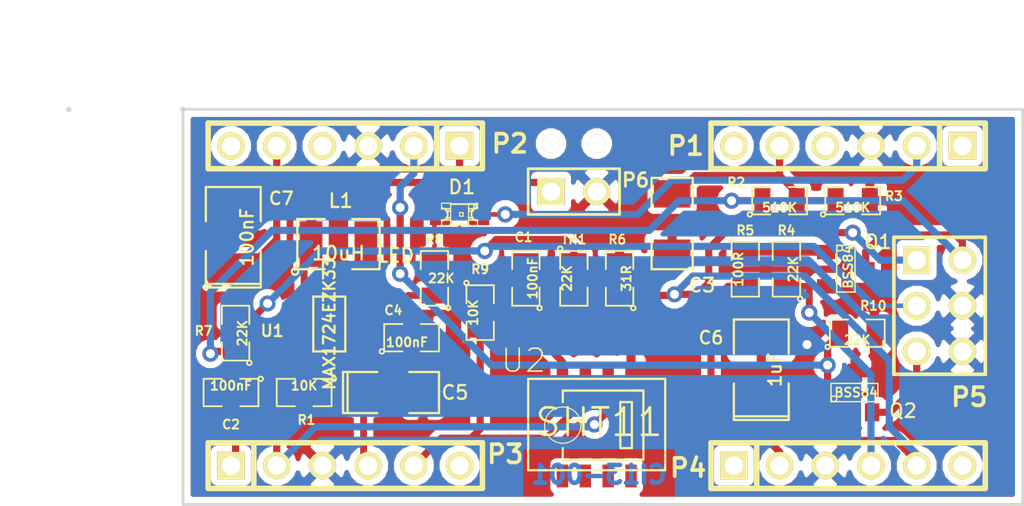
<source format=kicad_pcb>
(kicad_pcb (version 3) (host pcbnew "(2013-05-31 BZR 4019)-stable")

  (general
    (links 67)
    (no_connects 5)
    (area 102.745667 83.777002 159.882001 112.4966)
    (thickness 1.6)
    (drawings 9)
    (tracks 167)
    (zones 0)
    (modules 32)
    (nets 17)
  )

  (page A4)
  (title_block 
    (title "Shield Jeenode capteurs")
    (rev V6)
    (company Minbiocabanon)
    (comment 1 "Based on original by JeeLabs")
  )

  (layers
    (15 F.Cu signal)
    (0 B.Cu signal hide)
    (17 Dessus.Adhes user)
    (19 Dessus.Pate user)
    (21 Dessus.SilkS user)
    (22 Dessous.Masque user)
    (23 Dessus.Masque user)
    (27 Eco2.User user)
    (28 Contours.Ci user)
  )

  (setup
    (last_trace_width 0.4)
    (trace_clearance 0.21)
    (zone_clearance 0.35)
    (zone_45_only yes)
    (trace_min 0.254)
    (segment_width 0.2)
    (edge_width 0.15)
    (via_size 0.9)
    (via_drill 0.5)
    (via_min_size 0.889)
    (via_min_drill 0.5)
    (uvia_size 0.508)
    (uvia_drill 0.127)
    (uvias_allowed no)
    (uvia_min_size 0.5)
    (uvia_min_drill 0.127)
    (pcb_text_width 0.3)
    (pcb_text_size 1 1)
    (mod_edge_width 0.15)
    (mod_text_size 1 1)
    (mod_text_width 0.15)
    (pad_size 1 1)
    (pad_drill 1)
    (pad_to_mask_clearance 0)
    (aux_axis_origin 113.157 89.662)
    (visible_elements 7FFF7FFF)
    (pcbplotparams
      (layerselection 418021377)
      (usegerberextensions true)
      (excludeedgelayer true)
      (linewidth 0.150000)
      (plotframeref true)
      (viasonmask false)
      (mode 1)
      (useauxorigin false)
      (hpglpennumber 1)
      (hpglpenspeed 20)
      (hpglpendiameter 15)
      (hpglpenoverlay 2)
      (psnegative false)
      (psa4output false)
      (plotreference true)
      (plotvalue false)
      (plotothertext false)
      (plotinvisibletext false)
      (padsonsilk false)
      (subtractmaskfromsilk false)
      (outputformat 1)
      (mirror false)
      (drillshape 0)
      (scaleselection 1)
      (outputdirectory CI13-001_GERBER/))
  )

  (net 0 "")
  (net 1 +BATT)
  (net 2 /AIO1)
  (net 3 /AIO2)
  (net 4 /AIO4)
  (net 5 /CMD_SPARE)
  (net 6 /DIO1)
  (net 7 /DIO2)
  (net 8 /DIO4)
  (net 9 /SCL)
  (net 10 /SDA)
  (net 11 DGND)
  (net 12 N-000001)
  (net 13 N-0000018)
  (net 14 N-000002)
  (net 15 VCC)
  (net 16 VDD)

  (net_class Default "This is the default net class."
    (clearance 0.21)
    (trace_width 0.4)
    (via_dia 0.9)
    (via_drill 0.5)
    (uvia_dia 0.508)
    (uvia_drill 0.127)
    (add_net "")
    (add_net /AIO1)
    (add_net /AIO2)
    (add_net /AIO4)
    (add_net /CMD_SPARE)
    (add_net /DIO1)
    (add_net /DIO2)
    (add_net /DIO4)
    (add_net /SCL)
    (add_net /SDA)
    (add_net N-000001)
    (add_net N-0000018)
    (add_net N-000002)
    (add_net VDD)
  )

  (net_class Batt ""
    (clearance 0.254)
    (trace_width 0.4)
    (via_dia 0.9)
    (via_drill 0.5)
    (uvia_dia 0.508)
    (uvia_drill 0.127)
    (add_net +BATT)
    (add_net DGND)
    (add_net VCC)
  )

  (module PIN_ARRAY-6X1 (layer F.Cu) (tedit 5235E7CC) (tstamp 513E5503)
    (at 150.114 91.694 180)
    (descr "Connecteur 6 pins")
    (tags "CONN DEV")
    (path /513E458E)
    (fp_text reference P1 (at 9.017 0 180) (layer Dessus.SilkS)
      (effects (font (size 1.016 1.016) (thickness 0.2032)))
    )
    (fp_text value PORT1 (at 0 2.159 180) (layer Dessus.SilkS) hide
      (effects (font (size 1.016 0.889) (thickness 0.2032)))
    )
    (fp_line (start -7.62 1.27) (end -7.62 -1.27) (layer Dessus.SilkS) (width 0.3048))
    (fp_line (start -7.62 -1.27) (end 7.62 -1.27) (layer Dessus.SilkS) (width 0.3048))
    (fp_line (start 7.62 -1.27) (end 7.62 1.27) (layer Dessus.SilkS) (width 0.3048))
    (fp_line (start 7.62 1.27) (end -7.62 1.27) (layer Dessus.SilkS) (width 0.3048))
    (fp_line (start -5.08 1.27) (end -5.08 -1.27) (layer Dessus.SilkS) (width 0.3048))
    (pad 1 thru_hole rect (at -6.35 0 180) (size 1.524 1.524) (drill 1.016)
      (layers *.Cu *.Mask Dessus.SilkS)
      (net 1 +BATT)
    )
    (pad 2 thru_hole circle (at -3.81 0 180) (size 1.524 1.524) (drill 1.016)
      (layers *.Cu *.Mask Dessus.SilkS)
      (net 6 /DIO1)
    )
    (pad 3 thru_hole circle (at -1.27 0 180) (size 1.524 1.524) (drill 1.016)
      (layers *.Cu *.Mask Dessus.SilkS)
      (net 11 DGND)
    )
    (pad 4 thru_hole circle (at 1.27 0 180) (size 1.524 1.524) (drill 1.016)
      (layers *.Cu *.Mask Dessus.SilkS)
      (net 15 VCC)
    )
    (pad 5 thru_hole circle (at 3.81 0 180) (size 1.524 1.524) (drill 1.016)
      (layers *.Cu *.Mask Dessus.SilkS)
      (net 2 /AIO1)
    )
    (pad 6 thru_hole circle (at 6.35 0 180) (size 1.524 1.524) (drill 1.016)
      (layers *.Cu *.Mask Dessus.SilkS)
    )
    (model pin_array/pins_array_6x1.wrl
      (at (xyz 0 0 0))
      (scale (xyz 1 1 1))
      (rotate (xyz 0 0 0))
    )
  )

  (module PIN_ARRAY-6X1 (layer F.Cu) (tedit 522AFDFC) (tstamp 513E5512)
    (at 122.174 91.694 180)
    (descr "Connecteur 6 pins")
    (tags "CONN DEV")
    (path /513E4846)
    (fp_text reference P2 (at -9.144 0.127 180) (layer Dessus.SilkS)
      (effects (font (size 1.016 1.016) (thickness 0.2032)))
    )
    (fp_text value PORT2 (at 0 2.159 180) (layer Dessus.SilkS) hide
      (effects (font (size 1.016 0.889) (thickness 0.2032)))
    )
    (fp_line (start -7.62 1.27) (end -7.62 -1.27) (layer Dessus.SilkS) (width 0.3048))
    (fp_line (start -7.62 -1.27) (end 7.62 -1.27) (layer Dessus.SilkS) (width 0.3048))
    (fp_line (start 7.62 -1.27) (end 7.62 1.27) (layer Dessus.SilkS) (width 0.3048))
    (fp_line (start 7.62 1.27) (end -7.62 1.27) (layer Dessus.SilkS) (width 0.3048))
    (fp_line (start -5.08 1.27) (end -5.08 -1.27) (layer Dessus.SilkS) (width 0.3048))
    (pad 1 thru_hole rect (at -6.35 0 180) (size 1.524 1.524) (drill 1.016)
      (layers *.Cu *.Mask Dessus.SilkS)
      (net 1 +BATT)
    )
    (pad 2 thru_hole circle (at -3.81 0 180) (size 1.524 1.524) (drill 1.016)
      (layers *.Cu *.Mask Dessus.SilkS)
      (net 7 /DIO2)
    )
    (pad 3 thru_hole circle (at -1.27 0 180) (size 1.524 1.524) (drill 1.016)
      (layers *.Cu *.Mask Dessus.SilkS)
      (net 11 DGND)
    )
    (pad 4 thru_hole circle (at 1.27 0 180) (size 1.524 1.524) (drill 1.016)
      (layers *.Cu *.Mask Dessus.SilkS)
      (net 15 VCC)
    )
    (pad 5 thru_hole circle (at 3.81 0 180) (size 1.524 1.524) (drill 1.016)
      (layers *.Cu *.Mask Dessus.SilkS)
      (net 3 /AIO2)
    )
    (pad 6 thru_hole circle (at 6.35 0 180) (size 1.524 1.524) (drill 1.016)
      (layers *.Cu *.Mask Dessus.SilkS)
    )
    (model pin_array/pins_array_6x1.wrl
      (at (xyz 0 0 0))
      (scale (xyz 1 1 1))
      (rotate (xyz 0 0 0))
    )
  )

  (module PIN_ARRAY-6X1 (layer F.Cu) (tedit 5235E7C5) (tstamp 513E5521)
    (at 122.174 109.474)
    (descr "Connecteur 6 pins")
    (tags "CONN DEV")
    (path /513E484C)
    (fp_text reference P3 (at 8.89 -0.635) (layer Dessus.SilkS)
      (effects (font (size 1.016 1.016) (thickness 0.2032)))
    )
    (fp_text value PORT3 (at 0 2.159) (layer Dessus.SilkS) hide
      (effects (font (size 1.016 0.889) (thickness 0.2032)))
    )
    (fp_line (start -7.62 1.27) (end -7.62 -1.27) (layer Dessus.SilkS) (width 0.3048))
    (fp_line (start -7.62 -1.27) (end 7.62 -1.27) (layer Dessus.SilkS) (width 0.3048))
    (fp_line (start 7.62 -1.27) (end 7.62 1.27) (layer Dessus.SilkS) (width 0.3048))
    (fp_line (start 7.62 1.27) (end -7.62 1.27) (layer Dessus.SilkS) (width 0.3048))
    (fp_line (start -5.08 1.27) (end -5.08 -1.27) (layer Dessus.SilkS) (width 0.3048))
    (pad 1 thru_hole rect (at -6.35 0) (size 1.524 1.524) (drill 1.016)
      (layers *.Cu *.Mask Dessus.SilkS)
      (net 1 +BATT)
    )
    (pad 2 thru_hole circle (at -3.81 0) (size 1.524 1.524) (drill 1.016)
      (layers *.Cu *.Mask Dessus.SilkS)
      (net 10 /SDA)
    )
    (pad 3 thru_hole circle (at -1.27 0) (size 1.524 1.524) (drill 1.016)
      (layers *.Cu *.Mask Dessus.SilkS)
      (net 11 DGND)
    )
    (pad 4 thru_hole circle (at 1.27 0) (size 1.524 1.524) (drill 1.016)
      (layers *.Cu *.Mask Dessus.SilkS)
      (net 15 VCC)
    )
    (pad 5 thru_hole circle (at 3.81 0) (size 1.524 1.524) (drill 1.016)
      (layers *.Cu *.Mask Dessus.SilkS)
      (net 9 /SCL)
    )
    (pad 6 thru_hole circle (at 6.35 0) (size 1.524 1.524) (drill 1.016)
      (layers *.Cu *.Mask Dessus.SilkS)
    )
    (model pin_array/pins_array_6x1.wrl
      (at (xyz 0 0 0))
      (scale (xyz 1 1 1))
      (rotate (xyz 0 0 0))
    )
  )

  (module PIN_ARRAY-6X1 (layer F.Cu) (tedit 522AFE0B) (tstamp 513E5530)
    (at 150.114 109.474)
    (descr "Connecteur 6 pins")
    (tags "CONN DEV")
    (path /513E4852)
    (fp_text reference P4 (at -8.89 0.127) (layer Dessus.SilkS)
      (effects (font (size 1.016 1.016) (thickness 0.2032)))
    )
    (fp_text value PORT4 (at 0 2.159) (layer Dessus.SilkS) hide
      (effects (font (size 1.016 0.889) (thickness 0.2032)))
    )
    (fp_line (start -7.62 1.27) (end -7.62 -1.27) (layer Dessus.SilkS) (width 0.3048))
    (fp_line (start -7.62 -1.27) (end 7.62 -1.27) (layer Dessus.SilkS) (width 0.3048))
    (fp_line (start 7.62 -1.27) (end 7.62 1.27) (layer Dessus.SilkS) (width 0.3048))
    (fp_line (start 7.62 1.27) (end -7.62 1.27) (layer Dessus.SilkS) (width 0.3048))
    (fp_line (start -5.08 1.27) (end -5.08 -1.27) (layer Dessus.SilkS) (width 0.3048))
    (pad 1 thru_hole rect (at -6.35 0) (size 1.524 1.524) (drill 1.016)
      (layers *.Cu *.Mask Dessus.SilkS)
      (net 1 +BATT)
    )
    (pad 2 thru_hole circle (at -3.81 0) (size 1.524 1.524) (drill 1.016)
      (layers *.Cu *.Mask Dessus.SilkS)
      (net 8 /DIO4)
    )
    (pad 3 thru_hole circle (at -1.27 0) (size 1.524 1.524) (drill 1.016)
      (layers *.Cu *.Mask Dessus.SilkS)
      (net 11 DGND)
    )
    (pad 4 thru_hole circle (at 1.27 0) (size 1.524 1.524) (drill 1.016)
      (layers *.Cu *.Mask Dessus.SilkS)
      (net 15 VCC)
    )
    (pad 5 thru_hole circle (at 3.81 0) (size 1.524 1.524) (drill 1.016)
      (layers *.Cu *.Mask Dessus.SilkS)
      (net 4 /AIO4)
    )
    (pad 6 thru_hole circle (at 6.35 0) (size 1.524 1.524) (drill 1.016)
      (layers *.Cu *.Mask Dessus.SilkS)
    )
    (model pin_array/pins_array_6x1.wrl
      (at (xyz 0 0 0))
      (scale (xyz 1 1 1))
      (rotate (xyz 0 0 0))
    )
  )

  (module sht11-SHT11 (layer F.Cu) (tedit 522A3C6D) (tstamp 513E5AEB)
    (at 131.699 102.743 270)
    (path /51B0E042)
    (attr smd)
    (fp_text reference U2 (at 0.889 -0.381 360) (layer Dessus.SilkS)
      (effects (font (size 1.27 1.27) (thickness 0.0889)))
    )
    (fp_text value SHT11 (at 4.318 -4.572 360) (layer Dessus.SilkS)
      (effects (font (size 1.524 1.524) (thickness 0.15)))
    )
    (fp_line (start 1.90754 -8.24992) (end 6.98754 -8.24992) (layer Dessus.SilkS) (width 0.127))
    (fp_line (start 6.98754 -8.24992) (end 6.98754 -0.63754) (layer Dessus.SilkS) (width 0.127))
    (fp_line (start 6.98754 -0.63754) (end 1.90754 -0.63754) (layer Dessus.SilkS) (width 0.127))
    (fp_line (start 1.90754 -0.63754) (end 1.90754 -8.24992) (layer Dessus.SilkS) (width 0.127))
    (fp_line (start 6.39826 -7.03834) (end 6.39826 -2.55778) (layer Dessus.SilkS) (width 0.127))
    (fp_line (start 2.55778 -7.03834) (end 2.55778 -6.39826) (layer Dessus.SilkS) (width 0.127))
    (fp_line (start 2.55778 -7.03834) (end 6.39826 -7.03834) (layer Dessus.SilkS) (width 0.127))
    (fp_line (start 2.55778 -7.03834) (end 2.55778 -2.55778) (layer Dessus.SilkS) (width 0.127))
    (fp_line (start 2.55778 -2.55778) (end 3.19786 -2.55778) (layer Dessus.SilkS) (width 0.127))
    (fp_line (start 6.39826 -2.55778) (end 5.75818 -2.55778) (layer Dessus.SilkS) (width 0.127))
    (fp_line (start 3.19786 -6.39826) (end 3.19786 -5.75818) (layer Dessus.SilkS) (width 0.127))
    (fp_line (start 3.19786 -5.75818) (end 5.75818 -5.75818) (layer Dessus.SilkS) (width 0.127))
    (fp_line (start 5.75818 -5.75818) (end 5.75818 -6.39826) (layer Dessus.SilkS) (width 0.127))
    (fp_line (start 5.75818 -6.39826) (end 3.19786 -6.39826) (layer Dessus.SilkS) (width 0.127))
    (fp_circle (center 4.47802 -2.55778) (end 5.19176 -3.27152) (layer Dessus.SilkS) (width 0.0635))
    (pad 5 smd rect (at 7.30758 -2.54 270) (size 1.27 0.635)
      (layers F.Cu Dessus.Pate Dessus.Masque)
    )
    (pad 6 smd rect (at 7.30758 -3.81 270) (size 1.27 0.635)
      (layers F.Cu Dessus.Pate Dessus.Masque)
    )
    (pad 7 smd rect (at 7.30758 -5.08 270) (size 1.27 0.635)
      (layers F.Cu Dessus.Pate Dessus.Masque)
    )
    (pad 8 smd rect (at 7.30758 -6.35 270) (size 1.27 0.635)
      (layers F.Cu Dessus.Pate Dessus.Masque)
    )
    (pad DATA smd rect (at 1.5875 -5.08 270) (size 1.27 0.635)
      (layers F.Cu Dessus.Pate Dessus.Masque)
      (net 10 /SDA)
    )
    (pad GND smd rect (at 1.5875 -6.35 270) (size 1.27 0.635)
      (layers F.Cu Dessus.Pate Dessus.Masque)
      (net 11 DGND)
    )
    (pad SCK smd rect (at 1.5875 -3.81 270) (size 1.27 0.635)
      (layers F.Cu Dessus.Pate Dessus.Masque)
      (net 9 /SCL)
    )
    (pad VDD smd rect (at 1.5875 -2.54 270) (size 1.27 0.635)
      (layers F.Cu Dessus.Pate Dessus.Masque)
      (net 15 VCC)
    )
  )

  (module SM1210L (layer F.Cu) (tedit 522B3CE0) (tstamp 51B8D36B)
    (at 145.288 104.14 90)
    (tags "CMS SM")
    (path /51B0ED2D)
    (attr smd)
    (fp_text reference C6 (at 1.778 -2.794 180) (layer Dessus.SilkS)
      (effects (font (size 0.7 0.7) (thickness 0.127)))
    )
    (fp_text value 1uF (at 0 0.762 90) (layer Dessus.SilkS)
      (effects (font (size 0.7 0.7) (thickness 0.127)))
    )
    (fp_line (start -2.794 -1.524) (end -2.794 1.524) (layer Dessus.SilkS) (width 0.127))
    (fp_line (start 0.889 1.524) (end 2.794 1.524) (layer Dessus.SilkS) (width 0.127))
    (fp_line (start 2.794 1.524) (end 2.794 -1.524) (layer Dessus.SilkS) (width 0.127))
    (fp_line (start 2.794 -1.524) (end 0.889 -1.524) (layer Dessus.SilkS) (width 0.127))
    (fp_line (start -0.762 -1.524) (end -2.794 -1.524) (layer Dessus.SilkS) (width 0.127))
    (fp_line (start -2.594 -1.524) (end -2.594 1.524) (layer Dessus.SilkS) (width 0.127))
    (fp_line (start -2.794 1.524) (end -0.762 1.524) (layer Dessus.SilkS) (width 0.127))
    (pad 1 smd rect (at -1.778 0 90) (size 1.778 2.794)
      (layers F.Cu Dessus.Pate Dessus.Masque)
      (net 4 /AIO4)
    )
    (pad 2 smd rect (at 1.778 0 90) (size 1.778 2.794)
      (layers F.Cu Dessus.Pate Dessus.Masque)
      (net 11 DGND)
    )
    (model smd/chip_cms.wrl
      (at (xyz 0 0 0))
      (scale (xyz 0.2 0.2 0.2))
      (rotate (xyz 0 0 0))
    )
  )

  (module SM0805 (layer F.Cu) (tedit 51E59E19) (tstamp 51B8D384)
    (at 146.685 98.552 90)
    (path /51B0E9A6)
    (attr smd)
    (fp_text reference R4 (at 2.159 0 180) (layer Dessus.SilkS)
      (effects (font (size 0.50038 0.50038) (thickness 0.10922)))
    )
    (fp_text value 22K (at 0 0.381 90) (layer Dessus.SilkS)
      (effects (font (size 0.50038 0.50038) (thickness 0.10922)))
    )
    (fp_circle (center -1.651 0.762) (end -1.651 0.635) (layer Dessus.SilkS) (width 0.09906))
    (fp_line (start -0.508 0.762) (end -1.524 0.762) (layer Dessus.SilkS) (width 0.09906))
    (fp_line (start -1.524 0.762) (end -1.524 -0.762) (layer Dessus.SilkS) (width 0.09906))
    (fp_line (start -1.524 -0.762) (end -0.508 -0.762) (layer Dessus.SilkS) (width 0.09906))
    (fp_line (start 0.508 -0.762) (end 1.524 -0.762) (layer Dessus.SilkS) (width 0.09906))
    (fp_line (start 1.524 -0.762) (end 1.524 0.762) (layer Dessus.SilkS) (width 0.09906))
    (fp_line (start 1.524 0.762) (end 0.508 0.762) (layer Dessus.SilkS) (width 0.09906))
    (pad 1 smd rect (at -0.9525 0 90) (size 0.889 1.397)
      (layers F.Cu Dessus.Pate Dessus.Masque)
      (net 15 VCC)
    )
    (pad 2 smd rect (at 0.9525 0 90) (size 0.889 1.397)
      (layers F.Cu Dessus.Pate Dessus.Masque)
      (net 12 N-000001)
    )
    (model smd/chip_cms.wrl
      (at (xyz 0 0 0))
      (scale (xyz 0.1 0.1 0.1))
      (rotate (xyz 0 0 0))
    )
  )

  (module SM0805 (layer F.Cu) (tedit 51E59E1C) (tstamp 51B8D391)
    (at 144.399 98.552 270)
    (path /51B0E9B6)
    (attr smd)
    (fp_text reference R5 (at -2.159 0 360) (layer Dessus.SilkS)
      (effects (font (size 0.50038 0.50038) (thickness 0.10922)))
    )
    (fp_text value 100R (at 0 0.381 270) (layer Dessus.SilkS)
      (effects (font (size 0.50038 0.50038) (thickness 0.10922)))
    )
    (fp_circle (center -1.651 0.762) (end -1.651 0.635) (layer Dessus.SilkS) (width 0.09906))
    (fp_line (start -0.508 0.762) (end -1.524 0.762) (layer Dessus.SilkS) (width 0.09906))
    (fp_line (start -1.524 0.762) (end -1.524 -0.762) (layer Dessus.SilkS) (width 0.09906))
    (fp_line (start -1.524 -0.762) (end -0.508 -0.762) (layer Dessus.SilkS) (width 0.09906))
    (fp_line (start 0.508 -0.762) (end 1.524 -0.762) (layer Dessus.SilkS) (width 0.09906))
    (fp_line (start 1.524 -0.762) (end 1.524 0.762) (layer Dessus.SilkS) (width 0.09906))
    (fp_line (start 1.524 0.762) (end 0.508 0.762) (layer Dessus.SilkS) (width 0.09906))
    (pad 1 smd rect (at -0.9525 0 270) (size 0.889 1.397)
      (layers F.Cu Dessus.Pate Dessus.Masque)
      (net 12 N-000001)
    )
    (pad 2 smd rect (at 0.9525 0 270) (size 0.889 1.397)
      (layers F.Cu Dessus.Pate Dessus.Masque)
      (net 8 /DIO4)
    )
    (model smd/chip_cms.wrl
      (at (xyz 0 0 0))
      (scale (xyz 0.1 0.1 0.1))
      (rotate (xyz 0 0 0))
    )
  )

  (module SM0805 (layer F.Cu) (tedit 522B3CD1) (tstamp 51B8D39E)
    (at 146.304 94.742)
    (path /51B0EBD8)
    (attr smd)
    (fp_text reference R2 (at -2.413 -1.016) (layer Dessus.SilkS)
      (effects (font (size 0.50038 0.50038) (thickness 0.10922)))
    )
    (fp_text value 510K (at 0 0.381) (layer Dessus.SilkS)
      (effects (font (size 0.50038 0.50038) (thickness 0.10922)))
    )
    (fp_circle (center -1.651 0.762) (end -1.651 0.635) (layer Dessus.SilkS) (width 0.09906))
    (fp_line (start -0.508 0.762) (end -1.524 0.762) (layer Dessus.SilkS) (width 0.09906))
    (fp_line (start -1.524 0.762) (end -1.524 -0.762) (layer Dessus.SilkS) (width 0.09906))
    (fp_line (start -1.524 -0.762) (end -0.508 -0.762) (layer Dessus.SilkS) (width 0.09906))
    (fp_line (start 0.508 -0.762) (end 1.524 -0.762) (layer Dessus.SilkS) (width 0.09906))
    (fp_line (start 1.524 -0.762) (end 1.524 0.762) (layer Dessus.SilkS) (width 0.09906))
    (fp_line (start 1.524 0.762) (end 0.508 0.762) (layer Dessus.SilkS) (width 0.09906))
    (pad 1 smd rect (at -0.9525 0) (size 0.889 1.397)
      (layers F.Cu Dessus.Pate Dessus.Masque)
      (net 16 VDD)
    )
    (pad 2 smd rect (at 0.9525 0) (size 0.889 1.397)
      (layers F.Cu Dessus.Pate Dessus.Masque)
      (net 2 /AIO1)
    )
    (model smd/chip_cms.wrl
      (at (xyz 0 0 0))
      (scale (xyz 0.1 0.1 0.1))
      (rotate (xyz 0 0 0))
    )
  )

  (module SM0805 (layer F.Cu) (tedit 51E59E1F) (tstamp 51B8D3AB)
    (at 150.368 94.742)
    (path /51B0EBDE)
    (attr smd)
    (fp_text reference R3 (at 2.286 -0.254) (layer Dessus.SilkS)
      (effects (font (size 0.50038 0.50038) (thickness 0.10922)))
    )
    (fp_text value 510K (at 0 0.381) (layer Dessus.SilkS)
      (effects (font (size 0.50038 0.50038) (thickness 0.10922)))
    )
    (fp_circle (center -1.651 0.762) (end -1.651 0.635) (layer Dessus.SilkS) (width 0.09906))
    (fp_line (start -0.508 0.762) (end -1.524 0.762) (layer Dessus.SilkS) (width 0.09906))
    (fp_line (start -1.524 0.762) (end -1.524 -0.762) (layer Dessus.SilkS) (width 0.09906))
    (fp_line (start -1.524 -0.762) (end -0.508 -0.762) (layer Dessus.SilkS) (width 0.09906))
    (fp_line (start 0.508 -0.762) (end 1.524 -0.762) (layer Dessus.SilkS) (width 0.09906))
    (fp_line (start 1.524 -0.762) (end 1.524 0.762) (layer Dessus.SilkS) (width 0.09906))
    (fp_line (start 1.524 0.762) (end 0.508 0.762) (layer Dessus.SilkS) (width 0.09906))
    (pad 1 smd rect (at -0.9525 0) (size 0.889 1.397)
      (layers F.Cu Dessus.Pate Dessus.Masque)
      (net 2 /AIO1)
    )
    (pad 2 smd rect (at 0.9525 0) (size 0.889 1.397)
      (layers F.Cu Dessus.Pate Dessus.Masque)
      (net 11 DGND)
    )
    (model smd/chip_cms.wrl
      (at (xyz 0 0 0))
      (scale (xyz 0.1 0.1 0.1))
      (rotate (xyz 0 0 0))
    )
  )

  (module SM0805 (layer F.Cu) (tedit 522C4596) (tstamp 51B8D3B8)
    (at 137.414 99.06 90)
    (path /51B0ED27)
    (attr smd)
    (fp_text reference R6 (at 2.159 -0.127 180) (layer Dessus.SilkS)
      (effects (font (size 0.50038 0.50038) (thickness 0.10922)))
    )
    (fp_text value 31R (at 0 0.381 90) (layer Dessus.SilkS)
      (effects (font (size 0.50038 0.50038) (thickness 0.10922)))
    )
    (fp_circle (center -1.651 0.762) (end -1.651 0.635) (layer Dessus.SilkS) (width 0.09906))
    (fp_line (start -0.508 0.762) (end -1.524 0.762) (layer Dessus.SilkS) (width 0.09906))
    (fp_line (start -1.524 0.762) (end -1.524 -0.762) (layer Dessus.SilkS) (width 0.09906))
    (fp_line (start -1.524 -0.762) (end -0.508 -0.762) (layer Dessus.SilkS) (width 0.09906))
    (fp_line (start 0.508 -0.762) (end 1.524 -0.762) (layer Dessus.SilkS) (width 0.09906))
    (fp_line (start 1.524 -0.762) (end 1.524 0.762) (layer Dessus.SilkS) (width 0.09906))
    (fp_line (start 1.524 0.762) (end 0.508 0.762) (layer Dessus.SilkS) (width 0.09906))
    (pad 1 smd rect (at -0.9525 0 90) (size 0.889 1.397)
      (layers F.Cu Dessus.Pate Dessus.Masque)
      (net 4 /AIO4)
    )
    (pad 2 smd rect (at 0.9525 0 90) (size 0.889 1.397)
      (layers F.Cu Dessus.Pate Dessus.Masque)
      (net 11 DGND)
    )
    (model smd/chip_cms.wrl
      (at (xyz 0 0 0))
      (scale (xyz 0.1 0.1 0.1))
      (rotate (xyz 0 0 0))
    )
  )

  (module SOT23-5 (layer F.Cu) (tedit 522B3942) (tstamp 513E5483)
    (at 121.285 101.6 270)
    (path /51B10F6B)
    (attr smd)
    (fp_text reference U1 (at 0.381 3.175 360) (layer Dessus.SilkS)
      (effects (font (size 0.635 0.635) (thickness 0.127)))
    )
    (fp_text value MAX1724EZK33 (at 0 0 270) (layer Dessus.SilkS)
      (effects (font (size 0.635 0.635) (thickness 0.127)))
    )
    (fp_line (start 1.524 -0.889) (end 1.524 0.889) (layer Dessus.SilkS) (width 0.127))
    (fp_line (start 1.524 0.889) (end -1.524 0.889) (layer Dessus.SilkS) (width 0.127))
    (fp_line (start -1.524 0.889) (end -1.524 -0.889) (layer Dessus.SilkS) (width 0.127))
    (fp_line (start -1.524 -0.889) (end 1.524 -0.889) (layer Dessus.SilkS) (width 0.127))
    (pad 1 smd rect (at -0.9525 1.27 270) (size 0.508 0.762)
      (layers F.Cu Dessus.Pate Dessus.Masque)
      (net 1 +BATT)
    )
    (pad 3 smd rect (at 0.9525 1.27 270) (size 0.508 0.762)
      (layers F.Cu Dessus.Pate Dessus.Masque)
      (net 1 +BATT)
    )
    (pad 5 smd rect (at -0.9525 -1.27 270) (size 0.508 0.762)
      (layers F.Cu Dessus.Pate Dessus.Masque)
      (net 14 N-000002)
    )
    (pad 2 smd rect (at 0 1.27 270) (size 0.508 0.762)
      (layers F.Cu Dessus.Pate Dessus.Masque)
      (net 11 DGND)
    )
    (pad 4 smd rect (at 0.9525 -1.27 270) (size 0.508 0.762)
      (layers F.Cu Dessus.Pate Dessus.Masque)
      (net 15 VCC)
    )
    (model smd/SOT23_5.wrl
      (at (xyz 0 0 0))
      (scale (xyz 0.1 0.1 0.1))
      (rotate (xyz 0 0 0))
    )
  )

  (module SM0805 (layer F.Cu) (tedit 5235ECCC) (tstamp 513E54CE)
    (at 119.888 105.41 180)
    (path /513E4521)
    (attr smd)
    (fp_text reference R1 (at -0.127 -1.524 180) (layer Dessus.SilkS)
      (effects (font (size 0.50038 0.50038) (thickness 0.10922)))
    )
    (fp_text value 10K (at 0 0.381 180) (layer Dessus.SilkS)
      (effects (font (size 0.50038 0.50038) (thickness 0.10922)))
    )
    (fp_circle (center -1.651 0.762) (end -1.651 0.635) (layer Dessus.SilkS) (width 0.09906))
    (fp_line (start -0.508 0.762) (end -1.524 0.762) (layer Dessus.SilkS) (width 0.09906))
    (fp_line (start -1.524 0.762) (end -1.524 -0.762) (layer Dessus.SilkS) (width 0.09906))
    (fp_line (start -1.524 -0.762) (end -0.508 -0.762) (layer Dessus.SilkS) (width 0.09906))
    (fp_line (start 0.508 -0.762) (end 1.524 -0.762) (layer Dessus.SilkS) (width 0.09906))
    (fp_line (start 1.524 -0.762) (end 1.524 0.762) (layer Dessus.SilkS) (width 0.09906))
    (fp_line (start 1.524 0.762) (end 0.508 0.762) (layer Dessus.SilkS) (width 0.09906))
    (pad 1 smd rect (at -0.9525 0 180) (size 0.889 1.397)
      (layers F.Cu Dessus.Pate Dessus.Masque)
      (net 15 VCC)
    )
    (pad 2 smd rect (at 0.9525 0 180) (size 0.889 1.397)
      (layers F.Cu Dessus.Pate Dessus.Masque)
      (net 10 /SDA)
    )
    (model smd/chip_cms.wrl
      (at (xyz 0 0 0))
      (scale (xyz 0.1 0.1 0.1))
      (rotate (xyz 0 0 0))
    )
  )

  (module SM1206 (layer F.Cu) (tedit 522C45AB) (tstamp 513E5583)
    (at 140.335 96.012 270)
    (path /51B0EBE4)
    (attr smd)
    (fp_text reference C3 (at 3.429 -1.651 360) (layer Dessus.SilkS)
      (effects (font (size 0.762 0.762) (thickness 0.127)))
    )
    (fp_text value 10nF (at 0 0 270) (layer Dessus.SilkS) hide
      (effects (font (size 0.762 0.762) (thickness 0.127)))
    )
    (fp_line (start -2.54 -1.143) (end -2.54 1.143) (layer Dessus.SilkS) (width 0.127))
    (fp_line (start -2.54 1.143) (end -0.889 1.143) (layer Dessus.SilkS) (width 0.127))
    (fp_line (start 0.889 -1.143) (end 2.54 -1.143) (layer Dessus.SilkS) (width 0.127))
    (fp_line (start 2.54 -1.143) (end 2.54 1.143) (layer Dessus.SilkS) (width 0.127))
    (fp_line (start 2.54 1.143) (end 0.889 1.143) (layer Dessus.SilkS) (width 0.127))
    (fp_line (start -0.889 -1.143) (end -2.54 -1.143) (layer Dessus.SilkS) (width 0.127))
    (pad 1 smd rect (at -1.651 0 270) (size 1.524 2.032)
      (layers F.Cu Dessus.Pate Dessus.Masque)
      (net 2 /AIO1)
    )
    (pad 2 smd rect (at 1.651 0 270) (size 1.524 2.032)
      (layers F.Cu Dessus.Pate Dessus.Masque)
      (net 11 DGND)
    )
    (model smd/chip_cms.wrl
      (at (xyz 0 0 0))
      (scale (xyz 0.17 0.16 0.16))
      (rotate (xyz 0 0 0))
    )
  )

  (module SM0805 (layer F.Cu) (tedit 522AFC51) (tstamp 513E558E)
    (at 132.207 99.06 90)
    (path /51B0E1A3)
    (attr smd)
    (fp_text reference C1 (at 2.286 -0.127 180) (layer Dessus.SilkS)
      (effects (font (size 0.50038 0.50038) (thickness 0.10922)))
    )
    (fp_text value 100nF (at 0 0.381 90) (layer Dessus.SilkS)
      (effects (font (size 0.50038 0.50038) (thickness 0.10922)))
    )
    (fp_circle (center -1.651 0.762) (end -1.651 0.635) (layer Dessus.SilkS) (width 0.09906))
    (fp_line (start -0.508 0.762) (end -1.524 0.762) (layer Dessus.SilkS) (width 0.09906))
    (fp_line (start -1.524 0.762) (end -1.524 -0.762) (layer Dessus.SilkS) (width 0.09906))
    (fp_line (start -1.524 -0.762) (end -0.508 -0.762) (layer Dessus.SilkS) (width 0.09906))
    (fp_line (start 0.508 -0.762) (end 1.524 -0.762) (layer Dessus.SilkS) (width 0.09906))
    (fp_line (start 1.524 -0.762) (end 1.524 0.762) (layer Dessus.SilkS) (width 0.09906))
    (fp_line (start 1.524 0.762) (end 0.508 0.762) (layer Dessus.SilkS) (width 0.09906))
    (pad 1 smd rect (at -0.9525 0 90) (size 0.889 1.397)
      (layers F.Cu Dessus.Pate Dessus.Masque)
      (net 15 VCC)
    )
    (pad 2 smd rect (at 0.9525 0 90) (size 0.889 1.397)
      (layers F.Cu Dessus.Pate Dessus.Masque)
      (net 11 DGND)
    )
    (model smd/chip_cms.wrl
      (at (xyz 0 0 0))
      (scale (xyz 0.1 0.1 0.1))
      (rotate (xyz 0 0 0))
    )
  )

  (module SM0805 (layer F.Cu) (tedit 5235ECC9) (tstamp 513E55AF)
    (at 115.824 105.41 180)
    (path /513E402F)
    (attr smd)
    (fp_text reference C2 (at 0 -1.778 180) (layer Dessus.SilkS)
      (effects (font (size 0.50038 0.50038) (thickness 0.10922)))
    )
    (fp_text value 100nF (at 0 0.381 180) (layer Dessus.SilkS)
      (effects (font (size 0.50038 0.50038) (thickness 0.10922)))
    )
    (fp_circle (center -1.651 0.762) (end -1.651 0.635) (layer Dessus.SilkS) (width 0.09906))
    (fp_line (start -0.508 0.762) (end -1.524 0.762) (layer Dessus.SilkS) (width 0.09906))
    (fp_line (start -1.524 0.762) (end -1.524 -0.762) (layer Dessus.SilkS) (width 0.09906))
    (fp_line (start -1.524 -0.762) (end -0.508 -0.762) (layer Dessus.SilkS) (width 0.09906))
    (fp_line (start 0.508 -0.762) (end 1.524 -0.762) (layer Dessus.SilkS) (width 0.09906))
    (fp_line (start 1.524 -0.762) (end 1.524 0.762) (layer Dessus.SilkS) (width 0.09906))
    (fp_line (start 1.524 0.762) (end 0.508 0.762) (layer Dessus.SilkS) (width 0.09906))
    (pad 1 smd rect (at -0.9525 0 180) (size 0.889 1.397)
      (layers F.Cu Dessus.Pate Dessus.Masque)
      (net 1 +BATT)
    )
    (pad 2 smd rect (at 0.9525 0 180) (size 0.889 1.397)
      (layers F.Cu Dessus.Pate Dessus.Masque)
      (net 11 DGND)
    )
    (model smd/chip_cms.wrl
      (at (xyz 0 0 0))
      (scale (xyz 0.1 0.1 0.1))
      (rotate (xyz 0 0 0))
    )
  )

  (module SM1206POL (layer F.Cu) (tedit 51E59DFC) (tstamp 513F1916)
    (at 124.841 105.41)
    (path /513E4055)
    (attr smd)
    (fp_text reference C5 (at 3.429 0) (layer Dessus.SilkS)
      (effects (font (size 0.762 0.762) (thickness 0.127)))
    )
    (fp_text value 10uF (at 0 0) (layer Dessus.SilkS) hide
      (effects (font (size 0.762 0.762) (thickness 0.127)))
    )
    (fp_line (start -2.54 -1.143) (end -2.794 -1.143) (layer Dessus.SilkS) (width 0.127))
    (fp_line (start -2.794 -1.143) (end -2.794 1.143) (layer Dessus.SilkS) (width 0.127))
    (fp_line (start -2.794 1.143) (end -2.54 1.143) (layer Dessus.SilkS) (width 0.127))
    (fp_line (start -2.54 -1.143) (end -2.54 1.143) (layer Dessus.SilkS) (width 0.127))
    (fp_line (start -2.54 1.143) (end -0.889 1.143) (layer Dessus.SilkS) (width 0.127))
    (fp_line (start 0.889 -1.143) (end 2.54 -1.143) (layer Dessus.SilkS) (width 0.127))
    (fp_line (start 2.54 -1.143) (end 2.54 1.143) (layer Dessus.SilkS) (width 0.127))
    (fp_line (start 2.54 1.143) (end 0.889 1.143) (layer Dessus.SilkS) (width 0.127))
    (fp_line (start -0.889 -1.143) (end -2.54 -1.143) (layer Dessus.SilkS) (width 0.127))
    (pad 1 smd rect (at -1.651 0) (size 1.524 2.032)
      (layers F.Cu Dessus.Pate Dessus.Masque)
      (net 15 VCC)
    )
    (pad 2 smd rect (at 1.651 0) (size 1.524 2.032)
      (layers F.Cu Dessus.Pate Dessus.Masque)
      (net 11 DGND)
    )
    (model smd/chip_cms_pol.wrl
      (at (xyz 0 0 0))
      (scale (xyz 0.17 0.16 0.16))
      (rotate (xyz 0 0 0))
    )
  )

  (module SM0805 (layer F.Cu) (tedit 522AFC73) (tstamp 513F1921)
    (at 125.857 102.362)
    (path /513E406C)
    (attr smd)
    (fp_text reference C4 (at -1.016 -1.524) (layer Dessus.SilkS)
      (effects (font (size 0.50038 0.50038) (thickness 0.10922)))
    )
    (fp_text value 100nF (at -0.254 0.254) (layer Dessus.SilkS)
      (effects (font (size 0.50038 0.50038) (thickness 0.10922)))
    )
    (fp_circle (center -1.651 0.762) (end -1.651 0.635) (layer Dessus.SilkS) (width 0.09906))
    (fp_line (start -0.508 0.762) (end -1.524 0.762) (layer Dessus.SilkS) (width 0.09906))
    (fp_line (start -1.524 0.762) (end -1.524 -0.762) (layer Dessus.SilkS) (width 0.09906))
    (fp_line (start -1.524 -0.762) (end -0.508 -0.762) (layer Dessus.SilkS) (width 0.09906))
    (fp_line (start 0.508 -0.762) (end 1.524 -0.762) (layer Dessus.SilkS) (width 0.09906))
    (fp_line (start 1.524 -0.762) (end 1.524 0.762) (layer Dessus.SilkS) (width 0.09906))
    (fp_line (start 1.524 0.762) (end 0.508 0.762) (layer Dessus.SilkS) (width 0.09906))
    (pad 1 smd rect (at -0.9525 0) (size 0.889 1.397)
      (layers F.Cu Dessus.Pate Dessus.Masque)
      (net 15 VCC)
    )
    (pad 2 smd rect (at 0.9525 0) (size 0.889 1.397)
      (layers F.Cu Dessus.Pate Dessus.Masque)
      (net 11 DGND)
    )
    (model smd/chip_cms.wrl
      (at (xyz 0 0 0))
      (scale (xyz 0.1 0.1 0.1))
      (rotate (xyz 0 0 0))
    )
  )

  (module SOT23 (layer F.Cu) (tedit 522B0FDE) (tstamp 51B8D422)
    (at 149.987 98.552 270)
    (tags SOT23)
    (path /51B100F8)
    (fp_text reference Q1 (at -1.524 -1.778 360) (layer Dessus.SilkS)
      (effects (font (size 0.762 0.762) (thickness 0.11938)))
    )
    (fp_text value BSS84 (at -0.127 -0.127 270) (layer Dessus.SilkS)
      (effects (font (size 0.50038 0.50038) (thickness 0.09906)))
    )
    (fp_circle (center -1.17602 0.35052) (end -1.30048 0.44958) (layer Dessus.SilkS) (width 0.07874))
    (fp_line (start 1.27 -0.508) (end 1.27 0.508) (layer Dessus.SilkS) (width 0.07874))
    (fp_line (start -1.3335 -0.508) (end -1.3335 0.508) (layer Dessus.SilkS) (width 0.07874))
    (fp_line (start 1.27 0.508) (end -1.3335 0.508) (layer Dessus.SilkS) (width 0.07874))
    (fp_line (start -1.3335 -0.508) (end 1.27 -0.508) (layer Dessus.SilkS) (width 0.07874))
    (pad 3 smd rect (at 0 -1.09982 270) (size 0.8001 1.00076)
      (layers F.Cu Dessus.Pate Dessus.Masque)
      (net 16 VDD)
    )
    (pad 2 smd rect (at 0.9525 1.09982 270) (size 0.8001 1.00076)
      (layers F.Cu Dessus.Pate Dessus.Masque)
      (net 15 VCC)
    )
    (pad 1 smd rect (at -0.9525 1.09982 270) (size 0.8001 1.00076)
      (layers F.Cu Dessus.Pate Dessus.Masque)
      (net 12 N-000001)
    )
    (model smd\SOT23_3.wrl
      (at (xyz 0 0 0))
      (scale (xyz 0.4 0.4 0.4))
      (rotate (xyz 0 0 180))
    )
  )

  (module SM1210L (layer F.Cu) (tedit 5235E7B4) (tstamp 522B705F)
    (at 115.951 96.774 90)
    (tags "CMS SM")
    (path /51E5A451)
    (attr smd)
    (fp_text reference C7 (at 2.159 2.667 180) (layer Dessus.SilkS)
      (effects (font (size 0.7 0.7) (thickness 0.127)))
    )
    (fp_text value 100nF (at 0 0.762 90) (layer Dessus.SilkS)
      (effects (font (size 0.7 0.7) (thickness 0.127)))
    )
    (fp_line (start -2.794 -1.524) (end -2.794 1.524) (layer Dessus.SilkS) (width 0.127))
    (fp_line (start 0.889 1.524) (end 2.794 1.524) (layer Dessus.SilkS) (width 0.127))
    (fp_line (start 2.794 1.524) (end 2.794 -1.524) (layer Dessus.SilkS) (width 0.127))
    (fp_line (start 2.794 -1.524) (end 0.889 -1.524) (layer Dessus.SilkS) (width 0.127))
    (fp_line (start -0.762 -1.524) (end -2.794 -1.524) (layer Dessus.SilkS) (width 0.127))
    (fp_line (start -2.594 -1.524) (end -2.594 1.524) (layer Dessus.SilkS) (width 0.127))
    (fp_line (start -2.794 1.524) (end -0.762 1.524) (layer Dessus.SilkS) (width 0.127))
    (pad 1 smd rect (at -1.778 0 90) (size 1.778 2.794)
      (layers F.Cu Dessus.Pate Dessus.Masque)
      (net 3 /AIO2)
    )
    (pad 2 smd rect (at 1.778 0 90) (size 1.778 2.794)
      (layers F.Cu Dessus.Pate Dessus.Masque)
      (net 11 DGND)
    )
    (model smd/chip_cms.wrl
      (at (xyz 0 0 0))
      (scale (xyz 0.2 0.2 0.2))
      (rotate (xyz 0 0 0))
    )
  )

  (module SM0805 (layer F.Cu) (tedit 522A3C84) (tstamp 522B706D)
    (at 116.078 102.108 90)
    (path /51E5A445)
    (attr smd)
    (fp_text reference R7 (at 0.127 -1.778 180) (layer Dessus.SilkS)
      (effects (font (size 0.50038 0.50038) (thickness 0.10922)))
    )
    (fp_text value 22K (at 0 0.381 90) (layer Dessus.SilkS)
      (effects (font (size 0.50038 0.50038) (thickness 0.10922)))
    )
    (fp_circle (center -1.651 0.762) (end -1.651 0.635) (layer Dessus.SilkS) (width 0.09906))
    (fp_line (start -0.508 0.762) (end -1.524 0.762) (layer Dessus.SilkS) (width 0.09906))
    (fp_line (start -1.524 0.762) (end -1.524 -0.762) (layer Dessus.SilkS) (width 0.09906))
    (fp_line (start -1.524 -0.762) (end -0.508 -0.762) (layer Dessus.SilkS) (width 0.09906))
    (fp_line (start 0.508 -0.762) (end 1.524 -0.762) (layer Dessus.SilkS) (width 0.09906))
    (fp_line (start 1.524 -0.762) (end 1.524 0.762) (layer Dessus.SilkS) (width 0.09906))
    (fp_line (start 1.524 0.762) (end 0.508 0.762) (layer Dessus.SilkS) (width 0.09906))
    (pad 1 smd rect (at -0.9525 0 90) (size 0.889 1.397)
      (layers F.Cu Dessus.Pate Dessus.Masque)
      (net 16 VDD)
    )
    (pad 2 smd rect (at 0.9525 0 90) (size 0.889 1.397)
      (layers F.Cu Dessus.Pate Dessus.Masque)
      (net 3 /AIO2)
    )
    (model smd/chip_cms.wrl
      (at (xyz 0 0 0))
      (scale (xyz 0.1 0.1 0.1))
      (rotate (xyz 0 0 0))
    )
  )

  (module SM0805 (layer F.Cu) (tedit 522AFC4F) (tstamp 522A3592)
    (at 129.667 100.965 270)
    (path /522A2E31)
    (attr smd)
    (fp_text reference R9 (at -2.413 0 360) (layer Dessus.SilkS)
      (effects (font (size 0.50038 0.50038) (thickness 0.10922)))
    )
    (fp_text value 10K (at 0 0.381 270) (layer Dessus.SilkS)
      (effects (font (size 0.50038 0.50038) (thickness 0.10922)))
    )
    (fp_circle (center -1.651 0.762) (end -1.651 0.635) (layer Dessus.SilkS) (width 0.09906))
    (fp_line (start -0.508 0.762) (end -1.524 0.762) (layer Dessus.SilkS) (width 0.09906))
    (fp_line (start -1.524 0.762) (end -1.524 -0.762) (layer Dessus.SilkS) (width 0.09906))
    (fp_line (start -1.524 -0.762) (end -0.508 -0.762) (layer Dessus.SilkS) (width 0.09906))
    (fp_line (start 0.508 -0.762) (end 1.524 -0.762) (layer Dessus.SilkS) (width 0.09906))
    (fp_line (start 1.524 -0.762) (end 1.524 0.762) (layer Dessus.SilkS) (width 0.09906))
    (fp_line (start 1.524 0.762) (end 0.508 0.762) (layer Dessus.SilkS) (width 0.09906))
    (pad 1 smd rect (at -0.9525 0 270) (size 0.889 1.397)
      (layers F.Cu Dessus.Pate Dessus.Masque)
      (net 15 VCC)
    )
    (pad 2 smd rect (at 0.9525 0 270) (size 0.889 1.397)
      (layers F.Cu Dessus.Pate Dessus.Masque)
      (net 9 /SCL)
    )
    (model smd/chip_cms.wrl
      (at (xyz 0 0 0))
      (scale (xyz 0.1 0.1 0.1))
      (rotate (xyz 0 0 0))
    )
  )

  (module SM0805 (layer F.Cu) (tedit 522C4594) (tstamp 522A359F)
    (at 134.874 99.06 270)
    (path /522A31ED)
    (attr smd)
    (fp_text reference TH1 (at -2.159 0 360) (layer Dessus.SilkS)
      (effects (font (size 0.50038 0.50038) (thickness 0.10922)))
    )
    (fp_text value 22K (at 0 0.381 270) (layer Dessus.SilkS)
      (effects (font (size 0.50038 0.50038) (thickness 0.10922)))
    )
    (fp_circle (center -1.651 0.762) (end -1.651 0.635) (layer Dessus.SilkS) (width 0.09906))
    (fp_line (start -0.508 0.762) (end -1.524 0.762) (layer Dessus.SilkS) (width 0.09906))
    (fp_line (start -1.524 0.762) (end -1.524 -0.762) (layer Dessus.SilkS) (width 0.09906))
    (fp_line (start -1.524 -0.762) (end -0.508 -0.762) (layer Dessus.SilkS) (width 0.09906))
    (fp_line (start 0.508 -0.762) (end 1.524 -0.762) (layer Dessus.SilkS) (width 0.09906))
    (fp_line (start 1.524 -0.762) (end 1.524 0.762) (layer Dessus.SilkS) (width 0.09906))
    (fp_line (start 1.524 0.762) (end 0.508 0.762) (layer Dessus.SilkS) (width 0.09906))
    (pad 1 smd rect (at -0.9525 0 270) (size 0.889 1.397)
      (layers F.Cu Dessus.Pate Dessus.Masque)
      (net 3 /AIO2)
    )
    (pad 2 smd rect (at 0.9525 0 270) (size 0.889 1.397)
      (layers F.Cu Dessus.Pate Dessus.Masque)
      (net 11 DGND)
    )
    (model smd/chip_cms.wrl
      (at (xyz 0 0 0))
      (scale (xyz 0.1 0.1 0.1))
      (rotate (xyz 0 0 0))
    )
  )

  (module SM0805 (layer F.Cu) (tedit 522B3CB6) (tstamp 522A35AC)
    (at 127.127 99.06 90)
    (path /522A3476)
    (attr smd)
    (fp_text reference R8 (at 2.159 0 180) (layer Dessus.SilkS)
      (effects (font (size 0.50038 0.50038) (thickness 0.10922)))
    )
    (fp_text value 22K (at 0 0.381 180) (layer Dessus.SilkS)
      (effects (font (size 0.50038 0.50038) (thickness 0.10922)))
    )
    (fp_circle (center -1.651 0.762) (end -1.651 0.635) (layer Dessus.SilkS) (width 0.09906))
    (fp_line (start -0.508 0.762) (end -1.524 0.762) (layer Dessus.SilkS) (width 0.09906))
    (fp_line (start -1.524 0.762) (end -1.524 -0.762) (layer Dessus.SilkS) (width 0.09906))
    (fp_line (start -1.524 -0.762) (end -0.508 -0.762) (layer Dessus.SilkS) (width 0.09906))
    (fp_line (start 0.508 -0.762) (end 1.524 -0.762) (layer Dessus.SilkS) (width 0.09906))
    (fp_line (start 1.524 -0.762) (end 1.524 0.762) (layer Dessus.SilkS) (width 0.09906))
    (fp_line (start 1.524 0.762) (end 0.508 0.762) (layer Dessus.SilkS) (width 0.09906))
    (pad 1 smd rect (at -0.9525 0 90) (size 0.889 1.397)
      (layers F.Cu Dessus.Pate Dessus.Masque)
      (net 15 VCC)
    )
    (pad 2 smd rect (at 0.9525 0 90) (size 0.889 1.397)
      (layers F.Cu Dessus.Pate Dessus.Masque)
      (net 13 N-0000018)
    )
    (model smd/chip_cms.wrl
      (at (xyz 0 0 0))
      (scale (xyz 0.1 0.1 0.1))
      (rotate (xyz 0 0 0))
    )
  )

  (module LED-0805 (layer F.Cu) (tedit 52373C30) (tstamp 522A35F1)
    (at 128.524 95.504)
    (descr "LED 0805 smd package")
    (tags "LED 0805 SMD")
    (path /522A3487)
    (attr smd)
    (fp_text reference D1 (at 0.127 -1.524) (layer Dessus.SilkS)
      (effects (font (size 0.762 0.762) (thickness 0.127)))
    )
    (fp_text value LED (at -3.556 2.286) (layer Dessus.SilkS)
      (effects (font (size 0.762 0.762) (thickness 0.127)))
    )
    (fp_line (start 0.49784 0.29972) (end 0.49784 0.62484) (layer Dessus.SilkS) (width 0.06604))
    (fp_line (start 0.49784 0.62484) (end 0.99822 0.62484) (layer Dessus.SilkS) (width 0.06604))
    (fp_line (start 0.99822 0.29972) (end 0.99822 0.62484) (layer Dessus.SilkS) (width 0.06604))
    (fp_line (start 0.49784 0.29972) (end 0.99822 0.29972) (layer Dessus.SilkS) (width 0.06604))
    (fp_line (start 0.49784 -0.32258) (end 0.49784 -0.17272) (layer Dessus.SilkS) (width 0.06604))
    (fp_line (start 0.49784 -0.17272) (end 0.7493 -0.17272) (layer Dessus.SilkS) (width 0.06604))
    (fp_line (start 0.7493 -0.32258) (end 0.7493 -0.17272) (layer Dessus.SilkS) (width 0.06604))
    (fp_line (start 0.49784 -0.32258) (end 0.7493 -0.32258) (layer Dessus.SilkS) (width 0.06604))
    (fp_line (start 0.49784 0.17272) (end 0.49784 0.32258) (layer Dessus.SilkS) (width 0.06604))
    (fp_line (start 0.49784 0.32258) (end 0.7493 0.32258) (layer Dessus.SilkS) (width 0.06604))
    (fp_line (start 0.7493 0.17272) (end 0.7493 0.32258) (layer Dessus.SilkS) (width 0.06604))
    (fp_line (start 0.49784 0.17272) (end 0.7493 0.17272) (layer Dessus.SilkS) (width 0.06604))
    (fp_line (start 0.49784 -0.19812) (end 0.49784 0.19812) (layer Dessus.SilkS) (width 0.06604))
    (fp_line (start 0.49784 0.19812) (end 0.6731 0.19812) (layer Dessus.SilkS) (width 0.06604))
    (fp_line (start 0.6731 -0.19812) (end 0.6731 0.19812) (layer Dessus.SilkS) (width 0.06604))
    (fp_line (start 0.49784 -0.19812) (end 0.6731 -0.19812) (layer Dessus.SilkS) (width 0.06604))
    (fp_line (start -0.99822 0.29972) (end -0.99822 0.62484) (layer Dessus.SilkS) (width 0.06604))
    (fp_line (start -0.99822 0.62484) (end -0.49784 0.62484) (layer Dessus.SilkS) (width 0.06604))
    (fp_line (start -0.49784 0.29972) (end -0.49784 0.62484) (layer Dessus.SilkS) (width 0.06604))
    (fp_line (start -0.99822 0.29972) (end -0.49784 0.29972) (layer Dessus.SilkS) (width 0.06604))
    (fp_line (start -0.99822 -0.62484) (end -0.99822 -0.29972) (layer Dessus.SilkS) (width 0.06604))
    (fp_line (start -0.99822 -0.29972) (end -0.49784 -0.29972) (layer Dessus.SilkS) (width 0.06604))
    (fp_line (start -0.49784 -0.62484) (end -0.49784 -0.29972) (layer Dessus.SilkS) (width 0.06604))
    (fp_line (start -0.99822 -0.62484) (end -0.49784 -0.62484) (layer Dessus.SilkS) (width 0.06604))
    (fp_line (start -0.7493 0.17272) (end -0.7493 0.32258) (layer Dessus.SilkS) (width 0.06604))
    (fp_line (start -0.7493 0.32258) (end -0.49784 0.32258) (layer Dessus.SilkS) (width 0.06604))
    (fp_line (start -0.49784 0.17272) (end -0.49784 0.32258) (layer Dessus.SilkS) (width 0.06604))
    (fp_line (start -0.7493 0.17272) (end -0.49784 0.17272) (layer Dessus.SilkS) (width 0.06604))
    (fp_line (start -0.7493 -0.32258) (end -0.7493 -0.17272) (layer Dessus.SilkS) (width 0.06604))
    (fp_line (start -0.7493 -0.17272) (end -0.49784 -0.17272) (layer Dessus.SilkS) (width 0.06604))
    (fp_line (start -0.49784 -0.32258) (end -0.49784 -0.17272) (layer Dessus.SilkS) (width 0.06604))
    (fp_line (start -0.7493 -0.32258) (end -0.49784 -0.32258) (layer Dessus.SilkS) (width 0.06604))
    (fp_line (start -0.6731 -0.19812) (end -0.6731 0.19812) (layer Dessus.SilkS) (width 0.06604))
    (fp_line (start -0.6731 0.19812) (end -0.49784 0.19812) (layer Dessus.SilkS) (width 0.06604))
    (fp_line (start -0.49784 -0.19812) (end -0.49784 0.19812) (layer Dessus.SilkS) (width 0.06604))
    (fp_line (start -0.6731 -0.19812) (end -0.49784 -0.19812) (layer Dessus.SilkS) (width 0.06604))
    (fp_line (start 0 -0.09906) (end 0 0.09906) (layer Dessus.SilkS) (width 0.06604))
    (fp_line (start 0 0.09906) (end 0.19812 0.09906) (layer Dessus.SilkS) (width 0.06604))
    (fp_line (start 0.19812 -0.09906) (end 0.19812 0.09906) (layer Dessus.SilkS) (width 0.06604))
    (fp_line (start 0 -0.09906) (end 0.19812 -0.09906) (layer Dessus.SilkS) (width 0.06604))
    (fp_line (start 0.49784 -0.59944) (end 0.49784 -0.29972) (layer Dessus.SilkS) (width 0.06604))
    (fp_line (start 0.49784 -0.29972) (end 0.79756 -0.29972) (layer Dessus.SilkS) (width 0.06604))
    (fp_line (start 0.79756 -0.59944) (end 0.79756 -0.29972) (layer Dessus.SilkS) (width 0.06604))
    (fp_line (start 0.49784 -0.59944) (end 0.79756 -0.59944) (layer Dessus.SilkS) (width 0.06604))
    (fp_line (start 0.92456 -0.62484) (end 0.92456 -0.39878) (layer Dessus.SilkS) (width 0.06604))
    (fp_line (start 0.92456 -0.39878) (end 0.99822 -0.39878) (layer Dessus.SilkS) (width 0.06604))
    (fp_line (start 0.99822 -0.62484) (end 0.99822 -0.39878) (layer Dessus.SilkS) (width 0.06604))
    (fp_line (start 0.92456 -0.62484) (end 0.99822 -0.62484) (layer Dessus.SilkS) (width 0.06604))
    (fp_line (start 0.52324 0.57404) (end -0.52324 0.57404) (layer Dessus.SilkS) (width 0.1016))
    (fp_line (start -0.49784 -0.57404) (end 0.92456 -0.57404) (layer Dessus.SilkS) (width 0.1016))
    (fp_circle (center 0.84836 -0.44958) (end 0.89916 -0.50038) (layer Dessus.SilkS) (width 0.0508))
    (fp_arc (start 0.99822 0) (end 0.99822 0.34798) (angle 180) (layer Dessus.SilkS) (width 0.1016))
    (fp_arc (start -0.99822 0) (end -0.99822 -0.34798) (angle 180) (layer Dessus.SilkS) (width 0.1016))
    (pad 1 smd rect (at -1.04902 0) (size 1.19888 1.19888)
      (layers F.Cu Dessus.Pate Dessus.Masque)
      (net 13 N-0000018)
    )
    (pad 2 smd rect (at 1.04902 0) (size 1.19888 1.19888)
      (layers F.Cu Dessus.Pate Dessus.Masque)
      (net 6 /DIO1)
    )
  )

  (module SM0805 (layer F.Cu) (tedit 522B0FE1) (tstamp 522B6CC3)
    (at 150.622 102.108)
    (path /522B0CE8)
    (attr smd)
    (fp_text reference R10 (at 0.889 -1.524) (layer Dessus.SilkS)
      (effects (font (size 0.50038 0.50038) (thickness 0.10922)))
    )
    (fp_text value 22K (at 0 0.381) (layer Dessus.SilkS)
      (effects (font (size 0.50038 0.50038) (thickness 0.10922)))
    )
    (fp_circle (center -1.651 0.762) (end -1.651 0.635) (layer Dessus.SilkS) (width 0.09906))
    (fp_line (start -0.508 0.762) (end -1.524 0.762) (layer Dessus.SilkS) (width 0.09906))
    (fp_line (start -1.524 0.762) (end -1.524 -0.762) (layer Dessus.SilkS) (width 0.09906))
    (fp_line (start -1.524 -0.762) (end -0.508 -0.762) (layer Dessus.SilkS) (width 0.09906))
    (fp_line (start 0.508 -0.762) (end 1.524 -0.762) (layer Dessus.SilkS) (width 0.09906))
    (fp_line (start 1.524 -0.762) (end 1.524 0.762) (layer Dessus.SilkS) (width 0.09906))
    (fp_line (start 1.524 0.762) (end 0.508 0.762) (layer Dessus.SilkS) (width 0.09906))
    (pad 1 smd rect (at -0.9525 0) (size 0.889 1.397)
      (layers F.Cu Dessus.Pate Dessus.Masque)
      (net 7 /DIO2)
    )
    (pad 2 smd rect (at 0.9525 0) (size 0.889 1.397)
      (layers F.Cu Dessus.Pate Dessus.Masque)
      (net 11 DGND)
    )
    (model smd/chip_cms.wrl
      (at (xyz 0 0 0))
      (scale (xyz 0.1 0.1 0.1))
      (rotate (xyz 0 0 0))
    )
  )

  (module SOT23 (layer F.Cu) (tedit 522B3CDA) (tstamp 522B6CF0)
    (at 150.495 105.41)
    (tags SOT23)
    (path /522B12BB)
    (fp_text reference Q2 (at 2.667 1.016) (layer Dessus.SilkS)
      (effects (font (size 0.762 0.762) (thickness 0.11938)))
    )
    (fp_text value BSS84 (at 0.0635 0) (layer Dessus.SilkS)
      (effects (font (size 0.50038 0.50038) (thickness 0.09906)))
    )
    (fp_circle (center -1.17602 0.35052) (end -1.30048 0.44958) (layer Dessus.SilkS) (width 0.07874))
    (fp_line (start 1.27 -0.508) (end 1.27 0.508) (layer Dessus.SilkS) (width 0.07874))
    (fp_line (start -1.3335 -0.508) (end -1.3335 0.508) (layer Dessus.SilkS) (width 0.07874))
    (fp_line (start 1.27 0.508) (end -1.3335 0.508) (layer Dessus.SilkS) (width 0.07874))
    (fp_line (start -1.3335 -0.508) (end 1.27 -0.508) (layer Dessus.SilkS) (width 0.07874))
    (pad 3 smd rect (at 0 -1.09982) (size 0.8001 1.00076)
      (layers F.Cu Dessus.Pate Dessus.Masque)
      (net 11 DGND)
    )
    (pad 2 smd rect (at 0.9525 1.09982) (size 0.8001 1.00076)
      (layers F.Cu Dessus.Pate Dessus.Masque)
      (net 5 /CMD_SPARE)
    )
    (pad 1 smd rect (at -0.9525 1.09982) (size 0.8001 1.00076)
      (layers F.Cu Dessus.Pate Dessus.Masque)
      (net 7 /DIO2)
    )
    (model smd\SOT23_3.wrl
      (at (xyz 0 0 0))
      (scale (xyz 0.4 0.4 0.4))
      (rotate (xyz 0 0 180))
    )
  )

  (module pin_array_3x2 (layer F.Cu) (tedit 522C45BE) (tstamp 522B6EB3)
    (at 155.194 100.584 270)
    (descr "Double rangee de contacts 2 x 4 pins")
    (tags CONN)
    (path /522B1C26)
    (fp_text reference P5 (at 5.08 -1.651 360) (layer Dessus.SilkS)
      (effects (font (size 1.016 1.016) (thickness 0.2032)))
    )
    (fp_text value CONN_3X2 (at 0 3.81 270) (layer Dessus.SilkS) hide
      (effects (font (size 1.016 1.016) (thickness 0.2032)))
    )
    (fp_line (start 3.81 2.54) (end -3.81 2.54) (layer Dessus.SilkS) (width 0.2032))
    (fp_line (start -3.81 -2.54) (end 3.81 -2.54) (layer Dessus.SilkS) (width 0.2032))
    (fp_line (start 3.81 -2.54) (end 3.81 2.54) (layer Dessus.SilkS) (width 0.2032))
    (fp_line (start -3.81 2.54) (end -3.81 -2.54) (layer Dessus.SilkS) (width 0.2032))
    (pad 1 thru_hole rect (at -2.54 1.27 270) (size 1.524 1.524) (drill 1.016)
      (layers *.Cu *.Mask Dessus.SilkS)
      (net 4 /AIO4)
    )
    (pad 2 thru_hole circle (at -2.54 -1.27 270) (size 1.524 1.524) (drill 1.016)
      (layers *.Cu *.Mask Dessus.SilkS)
      (net 16 VDD)
    )
    (pad 3 thru_hole circle (at 0 1.27 270) (size 1.524 1.524) (drill 1.016)
      (layers *.Cu *.Mask Dessus.SilkS)
      (net 3 /AIO2)
    )
    (pad 4 thru_hole circle (at 0 -1.27 270) (size 1.524 1.524) (drill 1.016)
      (layers *.Cu *.Mask Dessus.SilkS)
      (net 11 DGND)
    )
    (pad 5 thru_hole circle (at 2.54 1.27 270) (size 1.524 1.524) (drill 1.016)
      (layers *.Cu *.Mask Dessus.SilkS)
      (net 5 /CMD_SPARE)
    )
    (pad 6 thru_hole circle (at 2.54 -1.27 270) (size 1.524 1.524) (drill 1.016)
      (layers *.Cu *.Mask Dessus.SilkS)
      (net 11 DGND)
    )
    (model pin_array/pins_array_3x2.wrl
      (at (xyz 0 0 0))
      (scale (xyz 1 1 1))
      (rotate (xyz 0 0 0))
    )
  )

  (module PIN_ARRAY_2X1 (layer F.Cu) (tedit 522B824B) (tstamp 522B6DC9)
    (at 134.874 94.234)
    (descr "Connecteurs 2 pins")
    (tags "CONN DEV")
    (path /513E41EB)
    (fp_text reference P6 (at 3.429 -0.635) (layer Dessus.SilkS)
      (effects (font (size 0.762 0.762) (thickness 0.1524)))
    )
    (fp_text value CONN_2 (at 0 -1.905) (layer Dessus.SilkS) hide
      (effects (font (size 0.762 0.762) (thickness 0.1524)))
    )
    (fp_line (start -2.54 1.27) (end -2.54 -1.27) (layer Dessus.SilkS) (width 0.1524))
    (fp_line (start -2.54 -1.27) (end 2.54 -1.27) (layer Dessus.SilkS) (width 0.1524))
    (fp_line (start 2.54 -1.27) (end 2.54 1.27) (layer Dessus.SilkS) (width 0.1524))
    (fp_line (start 2.54 1.27) (end -2.54 1.27) (layer Dessus.SilkS) (width 0.1524))
    (pad 1 thru_hole rect (at -1.27 0) (size 1.524 1.524) (drill 1.016)
      (layers *.Cu *.Mask Dessus.SilkS)
      (net 1 +BATT)
    )
    (pad 2 thru_hole circle (at 1.27 0) (size 1.524 1.524) (drill 1.016)
      (layers *.Cu *.Mask Dessus.SilkS)
      (net 11 DGND)
    )
    (model pin_array/pins_array_2x1.wrl
      (at (xyz 0 0 0))
      (scale (xyz 1 1 1))
      (rotate (xyz 0 0 0))
    )
  )

  (module Hole_1mm (layer F.Cu) (tedit 522BA46A) (tstamp 522BA5A0)
    (at 133.604 91.567)
    (descr "Connecteurs 1 pin")
    (tags "CONN DEV")
    (path /522B7BB2)
    (fp_text reference P7 (at 0 -2.54) (layer Dessus.SilkS) hide
      (effects (font (size 1.72974 1.08712) (thickness 0.27178)))
    )
    (fp_text value TST (at 0 -2.54) (layer Dessus.SilkS) hide
      (effects (font (size 1.524 1.016) (thickness 0.254)))
    )
    (pad 1 thru_hole circle (at 0 0) (size 1 1) (drill 1)
      (layers *.Cu *.Mask Dessus.SilkS)
    )
  )

  (module Hole_1mm (layer F.Cu) (tedit 522BA46A) (tstamp 522BA5A5)
    (at 136.144 91.567)
    (descr "Connecteurs 1 pin")
    (tags "CONN DEV")
    (path /522B7EBC)
    (fp_text reference P8 (at 0 -2.54) (layer Dessus.SilkS) hide
      (effects (font (size 1.72974 1.08712) (thickness 0.27178)))
    )
    (fp_text value TST (at 0 -2.54) (layer Dessus.SilkS) hide
      (effects (font (size 1.524 1.016) (thickness 0.254)))
    )
    (pad 1 thru_hole circle (at 0 0) (size 1 1) (drill 1)
      (layers *.Cu *.Mask Dessus.SilkS)
    )
  )

  (module SM1210 (layer F.Cu) (tedit 52373C36) (tstamp 51B8D377)
    (at 121.793 97.155)
    (tags "CMS SM")
    (path /51B10107)
    (attr smd)
    (fp_text reference L1 (at 0.127 -2.413) (layer Dessus.SilkS)
      (effects (font (size 0.762 0.762) (thickness 0.127)))
    )
    (fp_text value 10uH (at 0 0.508) (layer Dessus.SilkS)
      (effects (font (size 0.762 0.762) (thickness 0.127)))
    )
    (fp_circle (center -2.413 1.524) (end -2.286 1.397) (layer Dessus.SilkS) (width 0.127))
    (fp_line (start -0.762 -1.397) (end -2.286 -1.397) (layer Dessus.SilkS) (width 0.127))
    (fp_line (start -2.286 -1.397) (end -2.286 1.397) (layer Dessus.SilkS) (width 0.127))
    (fp_line (start -2.286 1.397) (end -0.762 1.397) (layer Dessus.SilkS) (width 0.127))
    (fp_line (start 0.762 1.397) (end 2.286 1.397) (layer Dessus.SilkS) (width 0.127))
    (fp_line (start 2.286 1.397) (end 2.286 -1.397) (layer Dessus.SilkS) (width 0.127))
    (fp_line (start 2.286 -1.397) (end 0.762 -1.397) (layer Dessus.SilkS) (width 0.127))
    (pad 1 smd rect (at -1.524 0) (size 1.27 2.54)
      (layers F.Cu Dessus.Pate Dessus.Masque)
      (net 1 +BATT)
    )
    (pad 2 smd rect (at 1.524 0) (size 1.27 2.54)
      (layers F.Cu Dessus.Pate Dessus.Masque)
      (net 14 N-000002)
    )
    (model smd/chip_cms.wrl
      (at (xyz 0 0 0))
      (scale (xyz 0.17 0.2 0.17))
      (rotate (xyz 0 0 0))
    )
  )

  (dimension 21.844 (width 0.25) (layer Eco2.User)
    (gr_text "21,844 mm" (at 107.204 100.584 270) (layer Eco2.User)
      (effects (font (size 1 1) (thickness 0.25)))
    )
    (feature1 (pts (xy 113.157 111.506) (xy 106.204 111.506)))
    (feature2 (pts (xy 113.157 89.662) (xy 106.204 89.662)))
    (crossbar (pts (xy 108.204 89.662) (xy 108.204 111.506)))
    (arrow1a (pts (xy 108.204 111.506) (xy 107.61758 110.379497)))
    (arrow1b (pts (xy 108.204 111.506) (xy 108.79042 110.379497)))
    (arrow2a (pts (xy 108.204 89.662) (xy 107.61758 90.788503)))
    (arrow2b (pts (xy 108.204 89.662) (xy 108.79042 90.788503)))
  )
  (dimension 46.609 (width 0.25) (layer Eco2.User)
    (gr_text "46,609 mm" (at 136.4615 84.852002) (layer Eco2.User)
      (effects (font (size 1 1) (thickness 0.25)))
    )
    (feature1 (pts (xy 159.766 89.662) (xy 159.766 83.852002)))
    (feature2 (pts (xy 113.157 89.662) (xy 113.157 83.852002)))
    (crossbar (pts (xy 113.157 85.852002) (xy 159.766 85.852002)))
    (arrow1a (pts (xy 159.766 85.852002) (xy 158.639497 86.438422)))
    (arrow1b (pts (xy 159.766 85.852002) (xy 158.639497 85.265582)))
    (arrow2a (pts (xy 113.157 85.852002) (xy 114.283503 86.438422)))
    (arrow2b (pts (xy 113.157 85.852002) (xy 114.283503 85.265582)))
  )
  (target plus (at 113.157 89.662) (size 0.005) (width 0.15) (layer Contours.Ci))
  (gr_line (start 113.157 111.633) (end 159.766 111.633) (angle 90) (layer Contours.Ci) (width 0.15))
  (gr_line (start 113.157 89.662) (end 159.766 89.662) (angle 90) (layer Contours.Ci) (width 0.15))
  (gr_line (start 113.157 89.662) (end 113.157 111.633) (angle 90) (layer Contours.Ci) (width 0.15))
  (gr_text CI13-001 (at 136.271 109.982) (layer B.Cu)
    (effects (font (size 1 1) (thickness 0.25)) (justify mirror))
  )
  (gr_line (start 159.807 89.662) (end 159.807 111.662) (angle 90) (layer Contours.Ci) (width 0.15))
  (target plus (at 106.807 89.662) (size 0.005) (width 0.15) (layer Contours.Ci))

  (segment (start 116.7765 105.41) (end 116.7765 104.9655) (width 0.4) (layer F.Cu) (net 1))
  (segment (start 116.7765 104.9655) (end 119.1895 102.5525) (width 0.4) (layer F.Cu) (net 1) (tstamp 5235ED3A))
  (segment (start 116.7765 105.41) (end 116.7765 106.172) (width 0.4) (layer F.Cu) (net 1))
  (segment (start 116.078 109.22) (end 115.824 109.474) (width 0.4) (layer F.Cu) (net 1) (tstamp 5234C861))
  (segment (start 116.078 106.8705) (end 116.078 109.22) (width 0.4) (layer F.Cu) (net 1))
  (segment (start 116.7765 106.172) (end 116.078 106.8705) (width 0.4) (layer F.Cu) (net 1) (tstamp 5235ED32))
  (segment (start 120.015 97.155) (end 120.015 96.139) (width 0.4) (layer F.Cu) (net 1))
  (segment (start 122.428 93.726) (end 128.524 93.726) (width 0.4) (layer F.Cu) (net 1) (tstamp 5234C782))
  (segment (start 120.015 96.139) (end 122.428 93.726) (width 0.4) (layer F.Cu) (net 1) (tstamp 5234C77D))
  (segment (start 128.524 93.726) (end 128.524 91.694) (width 0.4) (layer F.Cu) (net 1) (tstamp 522B7A04))
  (segment (start 128.524 91.694) (end 128.524 93.726) (width 0.381) (layer F.Cu) (net 1) (tstamp 522B7A0A))
  (segment (start 128.524 93.726) (end 128.524 93.726) (width 0.381) (layer F.Cu) (net 1) (tstamp 522B7A0B))
  (segment (start 128.524 93.726) (end 132.969 93.726) (width 0.4) (layer F.Cu) (net 1) (tstamp 522B7A0D))
  (segment (start 120.015 100.6475) (end 119.126 100.6475) (width 0.381) (layer F.Cu) (net 1))
  (segment (start 119.126 100.6475) (end 119.126 100.6475) (width 0.381) (layer F.Cu) (net 1) (tstamp 522B709E))
  (segment (start 119.126 100.6475) (end 119.126 102.616) (width 0.381) (layer F.Cu) (net 1) (tstamp 522B709F))
  (segment (start 119.126 102.616) (end 119.0625 102.5525) (width 0.381) (layer F.Cu) (net 1) (tstamp 522B70A0))
  (segment (start 119.0625 102.5525) (end 119.1895 102.5525) (width 0.381) (layer F.Cu) (net 1) (tstamp 522B70A1))
  (segment (start 119.1895 102.5525) (end 120.015 102.5525) (width 0.381) (layer F.Cu) (net 1) (tstamp 522B70EC))
  (segment (start 119.888 97.79) (end 119.888 100.5205) (width 0.381) (layer F.Cu) (net 1))
  (segment (start 119.888 100.5205) (end 120.015 100.6475) (width 0.381) (layer F.Cu) (net 1) (tstamp 522B709B))
  (segment (start 146.304 91.694) (end 146.304 93.345) (width 0.4) (layer F.Cu) (net 2))
  (segment (start 141.605 93.345) (end 140.589 94.361) (width 0.4) (layer F.Cu) (net 2) (tstamp 522B713F))
  (segment (start 146.304 93.345) (end 141.605 93.345) (width 0.4) (layer F.Cu) (net 2) (tstamp 522B713E))
  (segment (start 146.304 93.345) (end 146.304 93.345) (width 0.254) (layer F.Cu) (net 2) (tstamp 522B713D))
  (segment (start 147.2565 94.742) (end 149.4155 94.742) (width 0.4) (layer F.Cu) (net 2))
  (segment (start 146.304 91.694) (end 146.304 93.345) (width 0.254) (layer F.Cu) (net 2))
  (segment (start 147.2565 94.2975) (end 147.2565 94.742) (width 0.4) (layer F.Cu) (net 2) (tstamp 522B7138))
  (segment (start 146.304 93.345) (end 147.2565 94.2975) (width 0.4) (layer F.Cu) (net 2) (tstamp 522B7137))
  (segment (start 116.078 101.1555) (end 117.1575 101.1555) (width 0.4) (layer F.Cu) (net 3))
  (segment (start 117.1575 101.1555) (end 117.856 100.457) (width 0.4) (layer F.Cu) (net 3) (tstamp 522B71D2))
  (via (at 117.856 100.457) (size 0.889) (layers F.Cu B.Cu) (net 3))
  (segment (start 117.856 100.457) (end 120.777 97.536) (width 0.4) (layer B.Cu) (net 3) (tstamp 522B71D4))
  (segment (start 120.777 97.536) (end 129.921 97.536) (width 0.4) (layer B.Cu) (net 3) (tstamp 522B71D5))
  (segment (start 116.078 98.552) (end 116.078 99.187) (width 0.4) (layer F.Cu) (net 3))
  (segment (start 116.078 99.187) (end 118.364 96.901) (width 0.4) (layer F.Cu) (net 3) (tstamp 522B71CC))
  (segment (start 118.364 96.901) (end 118.364 91.44) (width 0.4) (layer F.Cu) (net 3) (tstamp 522B71CD))
  (segment (start 116.078 101.1555) (end 116.078 98.552) (width 0.4) (layer F.Cu) (net 3))
  (segment (start 134.874 98.1075) (end 134.874 97.409) (width 0.4) (layer F.Cu) (net 3))
  (segment (start 134.874 97.409) (end 134.366 96.901) (width 0.4) (layer F.Cu) (net 3) (tstamp 522B71AB))
  (segment (start 134.366 96.901) (end 130.556 96.901) (width 0.4) (layer F.Cu) (net 3) (tstamp 522B71AC))
  (segment (start 130.556 96.901) (end 129.921 97.536) (width 0.4) (layer F.Cu) (net 3) (tstamp 522B71AD))
  (via (at 129.921 97.536) (size 0.9) (layers F.Cu B.Cu) (net 3))
  (segment (start 129.921 97.536) (end 129.921 97.282) (width 0.4) (layer B.Cu) (net 3) (tstamp 522B71AF))
  (segment (start 153.924 100.584) (end 151.511 100.584) (width 0.254) (layer B.Cu) (net 3))
  (segment (start 148.209 97.282) (end 129.921 97.282) (width 0.4) (layer B.Cu) (net 3) (tstamp 522B711A))
  (segment (start 151.511 100.584) (end 148.209 97.282) (width 0.4) (layer B.Cu) (net 3) (tstamp 522B7119))
  (segment (start 153.924 98.044) (end 151.892 98.044) (width 0.4) (layer B.Cu) (net 4))
  (segment (start 141.732 99.949) (end 140.462 99.949) (width 0.4) (layer F.Cu) (net 4) (tstamp 522B7217))
  (segment (start 142.367 99.314) (end 141.732 99.949) (width 0.4) (layer F.Cu) (net 4) (tstamp 522B7216))
  (segment (start 142.367 97.409) (end 142.367 99.314) (width 0.4) (layer F.Cu) (net 4) (tstamp 522B7215))
  (segment (start 143.256 96.52) (end 142.367 97.409) (width 0.4) (layer F.Cu) (net 4) (tstamp 522B7214))
  (segment (start 143.256 96.52) (end 143.256 96.52) (width 0.254) (layer F.Cu) (net 4) (tstamp 522B7213))
  (segment (start 150.368 96.52) (end 143.256 96.52) (width 0.4) (layer F.Cu) (net 4) (tstamp 522B7212))
  (via (at 150.368 96.52) (size 0.9) (layers F.Cu B.Cu) (net 4))
  (segment (start 151.892 98.044) (end 150.368 96.52) (width 0.4) (layer B.Cu) (net 4) (tstamp 522B720F))
  (segment (start 137.414 100.0125) (end 140.3985 100.0125) (width 0.4) (layer F.Cu) (net 4))
  (segment (start 152.4 107.315) (end 153.924 108.839) (width 0.4) (layer B.Cu) (net 4) (tstamp 522B71FB))
  (segment (start 152.4 103.632) (end 152.4 107.315) (width 0.4) (layer B.Cu) (net 4) (tstamp 522B71F9))
  (segment (start 147.701 98.933) (end 152.4 103.632) (width 0.4) (layer B.Cu) (net 4) (tstamp 522B71F7))
  (segment (start 141.478 98.933) (end 147.701 98.933) (width 0.4) (layer B.Cu) (net 4) (tstamp 522B71F5))
  (segment (start 140.462 99.949) (end 141.478 98.933) (width 0.4) (layer B.Cu) (net 4) (tstamp 522B71F4))
  (via (at 140.462 99.949) (size 0.889) (layers F.Cu B.Cu) (net 4))
  (segment (start 140.3985 100.0125) (end 140.462 99.949) (width 0.254) (layer F.Cu) (net 4) (tstamp 522B71F2))
  (segment (start 153.924 109.474) (end 153.924 109.22) (width 0.6) (layer F.Cu) (net 4))
  (segment (start 153.924 109.22) (end 152.781 108.077) (width 0.4) (layer F.Cu) (net 4) (tstamp 522B718E))
  (segment (start 152.781 108.077) (end 147.447 108.077) (width 0.4) (layer F.Cu) (net 4) (tstamp 522B718F))
  (segment (start 147.447 108.077) (end 145.288 105.918) (width 0.4) (layer F.Cu) (net 4) (tstamp 522B7191))
  (segment (start 151.4475 106.50982) (end 152.44318 106.50982) (width 0.4) (layer F.Cu) (net 5))
  (segment (start 152.44318 106.50982) (end 153.924 105.029) (width 0.4) (layer F.Cu) (net 5) (tstamp 522B710D))
  (segment (start 153.924 105.029) (end 153.924 103.124) (width 0.4) (layer F.Cu) (net 5) (tstamp 522B710E))
  (segment (start 153.924 91.694) (end 153.924 92.837) (width 0.4) (layer B.Cu) (net 6))
  (segment (start 131.064 95.504) (end 129.57302 95.504) (width 0.254) (layer F.Cu) (net 6) (tstamp 522B7134))
  (via (at 131.064 95.504) (size 0.9) (layers F.Cu B.Cu) (net 6))
  (segment (start 138.43 95.504) (end 131.064 95.504) (width 0.4) (layer B.Cu) (net 6) (tstamp 522B7130))
  (segment (start 140.335 93.599) (end 138.43 95.504) (width 0.4) (layer B.Cu) (net 6) (tstamp 522B712E))
  (segment (start 153.162 93.599) (end 140.335 93.599) (width 0.4) (layer B.Cu) (net 6) (tstamp 522B712C))
  (segment (start 153.924 92.837) (end 153.162 93.599) (width 0.4) (layer B.Cu) (net 6) (tstamp 522B712B))
  (segment (start 125.984 91.694) (end 125.984 93.218) (width 0.4) (layer B.Cu) (net 7))
  (segment (start 125.222 95.123) (end 125.222 98.806) (width 0.4) (layer F.Cu) (net 7) (tstamp 522B7983))
  (via (at 125.222 98.806) (size 0.9) (layers F.Cu B.Cu) (net 7))
  (segment (start 125.222 98.806) (end 130.302 103.886) (width 0.4) (layer B.Cu) (net 7) (tstamp 522B7155))
  (segment (start 130.302 103.886) (end 148.971 103.886) (width 0.4) (layer B.Cu) (net 7) (tstamp 522B7156))
  (via (at 148.971 103.886) (size 0.9) (layers F.Cu B.Cu) (net 7))
  (segment (start 148.971 103.886) (end 148.971 102.8065) (width 0.4) (layer F.Cu) (net 7) (tstamp 522B7159))
  (segment (start 125.984 93.218) (end 125.222 93.98) (width 0.4) (layer B.Cu) (net 7) (tstamp 522B7974))
  (segment (start 125.222 93.98) (end 125.222 95.123) (width 0.4) (layer B.Cu) (net 7) (tstamp 522B7978))
  (via (at 125.222 95.123) (size 0.9) (layers F.Cu B.Cu) (net 7))
  (segment (start 148.971 102.8065) (end 149.6695 102.108) (width 0.254) (layer F.Cu) (net 7) (tstamp 522B715A))
  (segment (start 149.5425 106.50982) (end 149.5425 106.4895) (width 0.254) (layer F.Cu) (net 7))
  (segment (start 148.971 102.8065) (end 149.6695 102.108) (width 0.4) (layer F.Cu) (net 7) (tstamp 522B710A))
  (segment (start 148.971 105.918) (end 148.971 102.8065) (width 0.4) (layer F.Cu) (net 7) (tstamp 522B7109))
  (segment (start 149.5425 106.4895) (end 148.971 105.918) (width 0.4) (layer F.Cu) (net 7) (tstamp 522B7108))
  (segment (start 146.304 109.474) (end 146.304 108.712) (width 0.4) (layer F.Cu) (net 8))
  (segment (start 146.304 108.712) (end 145.288 107.696) (width 0.4) (layer F.Cu) (net 8) (tstamp 522B7185))
  (segment (start 145.288 107.696) (end 143.256 107.696) (width 0.4) (layer F.Cu) (net 8) (tstamp 522B7186))
  (segment (start 143.256 107.696) (end 142.494 106.934) (width 0.4) (layer F.Cu) (net 8) (tstamp 522B7188))
  (segment (start 142.494 106.934) (end 142.494 100.457) (width 0.4) (layer F.Cu) (net 8) (tstamp 522B7189))
  (segment (start 142.494 100.457) (end 143.4465 99.5045) (width 0.4) (layer F.Cu) (net 8) (tstamp 522B718A))
  (segment (start 143.4465 99.5045) (end 144.272 99.5045) (width 0.4) (layer F.Cu) (net 8) (tstamp 522B718B))
  (segment (start 129.667 101.9175) (end 129.667 107.442) (width 0.4) (layer F.Cu) (net 9))
  (segment (start 129.667 107.442) (end 129.159 107.95) (width 0.4) (layer F.Cu) (net 9) (tstamp 522B7102))
  (segment (start 125.984 109.474) (end 127.508 107.95) (width 0.4) (layer F.Cu) (net 9))
  (segment (start 127.508 107.95) (end 129.159 107.95) (width 0.4) (layer F.Cu) (net 9) (tstamp 522B6F68))
  (segment (start 135.509 105.791) (end 135.509 104.3305) (width 0.4) (layer F.Cu) (net 9) (tstamp 522B6F6B))
  (segment (start 130.429 107.95) (end 133.35 107.95) (width 0.4) (layer F.Cu) (net 9) (tstamp 522B9E7D))
  (segment (start 129.159 107.95) (end 130.429 107.95) (width 0.4) (layer F.Cu) (net 9) (tstamp 522B7105))
  (segment (start 133.35 107.95) (end 135.509 105.791) (width 0.4) (layer F.Cu) (net 9) (tstamp 522B6F69))
  (segment (start 118.364 106.807) (end 118.364 105.9815) (width 0.4) (layer F.Cu) (net 10))
  (segment (start 118.364 109.474) (end 118.364 106.807) (width 0.4) (layer F.Cu) (net 10))
  (segment (start 118.364 105.9815) (end 118.9355 105.41) (width 0.4) (layer F.Cu) (net 10) (tstamp 522B70DD))
  (segment (start 136.779 104.3305) (end 136.779 106.426) (width 0.4) (layer F.Cu) (net 10))
  (segment (start 136.779 106.426) (end 136.017 107.188) (width 0.4) (layer F.Cu) (net 10) (tstamp 522B6F7F))
  (via (at 136.017 107.188) (size 0.9) (layers F.Cu B.Cu) (net 10))
  (segment (start 136.017 107.188) (end 135.89 107.315) (width 0.4) (layer B.Cu) (net 10) (tstamp 522B6F81))
  (segment (start 135.89 107.315) (end 120.523 107.315) (width 0.4) (layer B.Cu) (net 10) (tstamp 522B6F82))
  (segment (start 120.523 107.315) (end 118.364 109.474) (width 0.4) (layer B.Cu) (net 10) (tstamp 522B6F83))
  (via (at 147.828 102.743) (size 0.9) (layers F.Cu B.Cu) (net 11))
  (segment (start 145.288 102.362) (end 147.32 102.362) (width 0.381) (layer F.Cu) (net 11))
  (segment (start 147.32 102.362) (end 147.701 102.743) (width 0.381) (layer F.Cu) (net 11) (tstamp 522B72B2))
  (segment (start 147.701 102.743) (end 147.828 102.743) (width 0.381) (layer F.Cu) (net 11) (tstamp 522B72B3))
  (segment (start 144.272 97.5995) (end 146.685 97.5995) (width 0.4) (layer F.Cu) (net 12))
  (segment (start 146.685 97.5995) (end 148.88718 97.5995) (width 0.4) (layer F.Cu) (net 12) (tstamp 522B729F))
  (segment (start 127.127 98.1075) (end 127.127 95.85198) (width 0.254) (layer F.Cu) (net 13))
  (segment (start 127.127 95.85198) (end 127.47498 95.504) (width 0.254) (layer F.Cu) (net 13) (tstamp 522B70F1))
  (segment (start 123.19 97.79) (end 123.19 100.0125) (width 0.4) (layer F.Cu) (net 14))
  (segment (start 123.19 100.0125) (end 122.555 100.6475) (width 0.4) (layer F.Cu) (net 14) (tstamp 522B7098))
  (segment (start 120.8405 105.41) (end 123.19 105.41) (width 0.381) (layer F.Cu) (net 15))
  (segment (start 151.384 109.474) (end 151.384 104.394) (width 0.4) (layer B.Cu) (net 15))
  (segment (start 147.955 99.5045) (end 148.88718 99.5045) (width 0.381) (layer F.Cu) (net 15) (tstamp 522B6FFD))
  (segment (start 147.955 100.965) (end 147.955 99.5045) (width 0.381) (layer F.Cu) (net 15) (tstamp 522B6FFC))
  (via (at 147.955 100.965) (size 0.9) (layers F.Cu B.Cu) (net 15))
  (segment (start 151.384 104.394) (end 147.955 100.965) (width 0.4) (layer B.Cu) (net 15) (tstamp 522B6FF8))
  (segment (start 146.685 99.5045) (end 148.88718 99.5045) (width 0.381) (layer F.Cu) (net 15))
  (segment (start 132.207 100.0125) (end 132.207 101.6635) (width 0.4) (layer F.Cu) (net 15))
  (segment (start 132.207 101.6635) (end 134.239 103.6955) (width 0.4) (layer F.Cu) (net 15) (tstamp 522B6FC9))
  (segment (start 129.667 100.0125) (end 132.207 100.0125) (width 0.381) (layer F.Cu) (net 15))
  (segment (start 127.127 100.0125) (end 129.667 100.0125) (width 0.381) (layer F.Cu) (net 15))
  (segment (start 124.9045 102.362) (end 124.9045 100.7745) (width 0.381) (layer F.Cu) (net 15))
  (segment (start 125.6665 100.0125) (end 127.127 100.0125) (width 0.381) (layer F.Cu) (net 15) (tstamp 522B6F95))
  (segment (start 124.9045 100.7745) (end 125.6665 100.0125) (width 0.381) (layer F.Cu) (net 15) (tstamp 522B6F94))
  (segment (start 124.9045 102.362) (end 124.333 102.362) (width 0.381) (layer F.Cu) (net 15))
  (segment (start 124.333 102.362) (end 123.19 103.505) (width 0.4) (layer F.Cu) (net 15) (tstamp 522B6F8F))
  (segment (start 123.19 105.41) (end 123.19 103.505) (width 0.381) (layer F.Cu) (net 15))
  (segment (start 123.19 103.505) (end 123.19 103.1875) (width 0.381) (layer F.Cu) (net 15) (tstamp 522B6F92))
  (segment (start 123.19 103.1875) (end 122.555 102.5525) (width 0.381) (layer F.Cu) (net 15) (tstamp 522B6F8C))
  (segment (start 123.19 105.41) (end 123.19 109.22) (width 0.381) (layer F.Cu) (net 15))
  (segment (start 123.19 109.22) (end 123.444 109.474) (width 0.381) (layer F.Cu) (net 15) (tstamp 522B6F87))
  (segment (start 143.637 94.742) (end 153.162 94.742) (width 0.4) (layer B.Cu) (net 16))
  (segment (start 153.162 94.742) (end 156.464 98.044) (width 0.4) (layer B.Cu) (net 16) (tstamp 5235E674))
  (segment (start 115.062 103.124) (end 116.0145 103.124) (width 0.4) (layer F.Cu) (net 16))
  (segment (start 116.0145 103.124) (end 116.078 103.0605) (width 0.4) (layer F.Cu) (net 16) (tstamp 522B70C8))
  (segment (start 143.637 94.742) (end 140.716 94.742) (width 0.4) (layer B.Cu) (net 16))
  (segment (start 140.716 94.742) (end 139.065 96.393) (width 0.4) (layer B.Cu) (net 16) (tstamp 522B707C))
  (segment (start 139.065 96.393) (end 118.11 96.393) (width 0.4) (layer B.Cu) (net 16) (tstamp 522B707E))
  (segment (start 118.11 96.393) (end 114.681 99.822) (width 0.4) (layer B.Cu) (net 16) (tstamp 522B7080))
  (segment (start 114.681 99.822) (end 114.681 103.251) (width 0.4) (layer B.Cu) (net 16) (tstamp 522B7082))
  (via (at 114.681 103.251) (size 0.9) (layers F.Cu B.Cu) (net 16))
  (segment (start 114.681 103.251) (end 114.808 103.124) (width 0.4) (layer F.Cu) (net 16) (tstamp 522B7085))
  (segment (start 114.808 103.124) (end 115.062 103.124) (width 0.4) (layer F.Cu) (net 16) (tstamp 522B7086))
  (segment (start 156.464 98.044) (end 156.464 97.028) (width 0.4) (layer F.Cu) (net 16))
  (segment (start 151.08682 97.57918) (end 151.08682 98.552) (width 0.4) (layer F.Cu) (net 16) (tstamp 522B708E))
  (segment (start 152.019 96.647) (end 151.08682 97.57918) (width 0.4) (layer F.Cu) (net 16) (tstamp 522B708C))
  (segment (start 156.083 96.647) (end 152.019 96.647) (width 0.4) (layer F.Cu) (net 16) (tstamp 522B708B))
  (segment (start 156.464 97.028) (end 156.083 96.647) (width 0.4) (layer F.Cu) (net 16) (tstamp 522B708A))
  (segment (start 143.637 94.742) (end 145.3515 94.742) (width 0.4) (layer F.Cu) (net 16) (tstamp 522B7078))
  (via (at 143.637 94.742) (size 0.9) (layers F.Cu B.Cu) (net 16))

  (zone (net 11) (net_name DGND) (layer F.Cu) (tstamp 5235E8BD) (hatch edge 0.508)
    (connect_pads (clearance 0.35))
    (min_thickness 0.254)
    (fill (arc_segments 16) (thermal_gap 0.508) (thermal_bridge_width 0.508))
    (polygon
      (pts
        (xy 113.157 89.662) (xy 159.766 89.662) (xy 159.766 111.633) (xy 113.157 111.633)
      )
    )
    (filled_polygon
      (pts
        (xy 148.857578 107.4) (xy 147.727422 107.4) (xy 147.32011 106.992688) (xy 147.32011 103.376755) (xy 147.32 102.64775)
        (xy 147.16125 102.489) (xy 145.415 102.489) (xy 145.415 103.72725) (xy 145.57375 103.886) (xy 146.559245 103.88611)
        (xy 146.811864 103.885889) (xy 147.045168 103.789013) (xy 147.223641 103.610229) (xy 147.32011 103.376755) (xy 147.32011 106.992688)
        (xy 147.161975 106.834553) (xy 147.162082 106.712535) (xy 147.162082 104.934535) (xy 147.089616 104.759154) (xy 146.955551 104.624855)
        (xy 146.780297 104.552084) (xy 146.590535 104.551918) (xy 145.161 104.551918) (xy 145.161 103.72725) (xy 145.161 102.489)
        (xy 145.161 102.235) (xy 145.161 100.99675) (xy 145.00225 100.838) (xy 144.016755 100.83789) (xy 143.764136 100.838111)
        (xy 143.530832 100.934987) (xy 143.352359 101.113771) (xy 143.25589 101.347245) (xy 143.256 102.07625) (xy 143.41475 102.235)
        (xy 145.161 102.235) (xy 145.161 102.489) (xy 143.41475 102.489) (xy 143.256 102.64775) (xy 143.25589 103.376755)
        (xy 143.352359 103.610229) (xy 143.530832 103.789013) (xy 143.764136 103.885889) (xy 144.016755 103.88611) (xy 145.00225 103.886)
        (xy 145.161 103.72725) (xy 145.161 104.551918) (xy 143.796535 104.551918) (xy 143.621154 104.624384) (xy 143.486855 104.758449)
        (xy 143.414084 104.933703) (xy 143.413918 105.123465) (xy 143.413918 106.896495) (xy 143.171 106.653577) (xy 143.171 100.737422)
        (xy 143.518505 100.389916) (xy 143.605203 100.425916) (xy 143.794965 100.426082) (xy 145.191965 100.426082) (xy 145.367346 100.353616)
        (xy 145.501645 100.219551) (xy 145.542009 100.122341) (xy 145.581884 100.218846) (xy 145.715949 100.353145) (xy 145.891203 100.425916)
        (xy 146.080965 100.426082) (xy 147.182737 100.426082) (xy 147.169586 100.439211) (xy 147.028161 100.779799) (xy 147.028031 100.927871)
        (xy 146.811864 100.838111) (xy 146.559245 100.83789) (xy 145.57375 100.838) (xy 145.415 100.99675) (xy 145.415 102.235)
        (xy 147.16125 102.235) (xy 147.32 102.07625) (xy 147.320065 101.641078) (xy 147.429211 101.750414) (xy 147.769799 101.891839)
        (xy 148.138583 101.892161) (xy 148.479417 101.751331) (xy 148.740414 101.490789) (xy 148.747945 101.472651) (xy 148.747918 101.503965)
        (xy 148.747918 102.07216) (xy 148.492289 102.327789) (xy 148.345534 102.547423) (xy 148.294 102.8065) (xy 148.294 103.251985)
        (xy 148.185586 103.360211) (xy 148.044161 103.700799) (xy 148.043839 104.069583) (xy 148.184669 104.410417) (xy 148.294 104.519938)
        (xy 148.294 105.918) (xy 148.345534 106.177077) (xy 148.492289 106.396711) (xy 148.665368 106.56979) (xy 148.665368 107.104665)
        (xy 148.737834 107.280046) (xy 148.857578 107.4)
      )
    )
    (filled_polygon
      (pts
        (xy 159.255 111.081) (xy 157.873143 111.081) (xy 157.873143 103.331696) (xy 157.873143 100.791696) (xy 157.84536 100.236631)
        (xy 157.703214 99.89346) (xy 157.703214 97.798629) (xy 157.703082 97.798309) (xy 157.703082 92.361535) (xy 157.703082 90.837535)
        (xy 157.630616 90.662154) (xy 157.496551 90.527855) (xy 157.321297 90.455084) (xy 157.131535 90.454918) (xy 155.607535 90.454918)
        (xy 155.432154 90.527384) (xy 155.297855 90.661449) (xy 155.225084 90.836703) (xy 155.224918 91.026465) (xy 155.224918 92.550465)
        (xy 155.297384 92.725846) (xy 155.431449 92.860145) (xy 155.606703 92.932916) (xy 155.796465 92.933082) (xy 157.320465 92.933082)
        (xy 157.495846 92.860616) (xy 157.630145 92.726551) (xy 157.702916 92.551297) (xy 157.703082 92.361535) (xy 157.703082 97.798309)
        (xy 157.514985 97.34308) (xy 157.166753 96.99424) (xy 157.131361 96.979544) (xy 157.089466 96.768924) (xy 157.089466 96.768923)
        (xy 157.016088 96.659106) (xy 156.942711 96.549289) (xy 156.942711 96.549288) (xy 156.561711 96.168289) (xy 156.342077 96.021534)
        (xy 156.083 95.97) (xy 155.163214 95.97) (xy 155.163214 91.448629) (xy 154.974985 90.99308) (xy 154.626753 90.64424)
        (xy 154.171533 90.455216) (xy 153.678629 90.454786) (xy 153.22308 90.643015) (xy 152.87424 90.991247) (xy 152.746039 91.299987)
        (xy 152.606396 90.962858) (xy 152.364212 90.893393) (xy 152.184607 91.072998) (xy 152.184607 90.713788) (xy 152.115142 90.471604)
        (xy 151.591696 90.284857) (xy 151.036631 90.31264) (xy 150.652858 90.471604) (xy 150.583393 90.713788) (xy 151.384 91.514395)
        (xy 152.184607 90.713788) (xy 152.184607 91.072998) (xy 151.563605 91.694) (xy 152.364212 92.494607) (xy 152.606396 92.425142)
        (xy 152.735721 92.062645) (xy 152.873015 92.39492) (xy 153.221247 92.74376) (xy 153.676467 92.932784) (xy 154.169371 92.933214)
        (xy 154.62492 92.744985) (xy 154.97376 92.396753) (xy 155.162784 91.941533) (xy 155.163214 91.448629) (xy 155.163214 95.97)
        (xy 152.133385 95.97) (xy 152.303013 95.800668) (xy 152.399889 95.567364) (xy 152.40011 95.314745) (xy 152.40011 94.169255)
        (xy 152.399889 93.916636) (xy 152.303013 93.683332) (xy 152.184607 93.565131) (xy 152.184607 92.674212) (xy 151.384 91.873605)
        (xy 151.204395 92.05321) (xy 151.204395 91.694) (xy 150.403788 90.893393) (xy 150.161604 90.962858) (xy 150.032278 91.325354)
        (xy 149.894985 90.99308) (xy 149.546753 90.64424) (xy 149.091533 90.455216) (xy 148.598629 90.454786) (xy 148.14308 90.643015)
        (xy 147.79424 90.991247) (xy 147.605216 91.446467) (xy 147.604786 91.939371) (xy 147.793015 92.39492) (xy 148.141247 92.74376)
        (xy 148.596467 92.932784) (xy 149.089371 92.933214) (xy 149.54492 92.744985) (xy 149.89376 92.396753) (xy 150.02196 92.088012)
        (xy 150.161604 92.425142) (xy 150.403788 92.494607) (xy 151.204395 91.694) (xy 151.204395 92.05321) (xy 150.583393 92.674212)
        (xy 150.652858 92.916396) (xy 151.176304 93.103143) (xy 151.731369 93.07536) (xy 152.115142 92.916396) (xy 152.184607 92.674212)
        (xy 152.184607 93.565131) (xy 152.124229 93.504859) (xy 151.890755 93.40839) (xy 151.60625 93.4085) (xy 151.4475 93.56725)
        (xy 151.4475 94.615) (xy 152.24125 94.615) (xy 152.4 94.45625) (xy 152.40011 94.169255) (xy 152.40011 95.314745)
        (xy 152.4 95.02775) (xy 152.24125 94.869) (xy 151.4475 94.869) (xy 151.4475 95.91675) (xy 151.60625 96.0755)
        (xy 151.679114 96.075528) (xy 151.540288 96.168289) (xy 151.295093 96.413483) (xy 151.295161 96.336417) (xy 151.154331 95.995583)
        (xy 151.134516 95.975733) (xy 151.1935 95.91675) (xy 151.1935 94.869) (xy 151.1735 94.869) (xy 151.1735 94.615)
        (xy 151.1935 94.615) (xy 151.1935 93.56725) (xy 151.03475 93.4085) (xy 150.750245 93.40839) (xy 150.516771 93.504859)
        (xy 150.337987 93.683332) (xy 150.282504 93.816948) (xy 150.264616 93.773654) (xy 150.130551 93.639355) (xy 149.955297 93.566584)
        (xy 149.765535 93.566418) (xy 148.876535 93.566418) (xy 148.701154 93.638884) (xy 148.566855 93.772949) (xy 148.494084 93.948203)
        (xy 148.493981 94.065) (xy 148.178082 94.065) (xy 148.178082 93.949035) (xy 148.105616 93.773654) (xy 147.971551 93.639355)
        (xy 147.796297 93.566584) (xy 147.606535 93.566418) (xy 147.48284 93.566418) (xy 146.981 93.064577) (xy 146.981 92.754868)
        (xy 147.00492 92.744985) (xy 147.35376 92.396753) (xy 147.542784 91.941533) (xy 147.543214 91.448629) (xy 147.354985 90.99308)
        (xy 147.006753 90.64424) (xy 146.551533 90.455216) (xy 146.058629 90.454786) (xy 145.60308 90.643015) (xy 145.25424 90.991247)
        (xy 145.065216 91.446467) (xy 145.064786 91.939371) (xy 145.253015 92.39492) (xy 145.525619 92.668) (xy 144.542039 92.668)
        (xy 144.81376 92.396753) (xy 145.002784 91.941533) (xy 145.003214 91.448629) (xy 144.814985 90.99308) (xy 144.466753 90.64424)
        (xy 144.011533 90.455216) (xy 143.518629 90.454786) (xy 143.06308 90.643015) (xy 142.71424 90.991247) (xy 142.525216 91.446467)
        (xy 142.524786 91.939371) (xy 142.713015 92.39492) (xy 142.985619 92.668) (xy 141.605 92.668) (xy 141.345923 92.719534)
        (xy 141.126288 92.866289) (xy 140.870659 93.121918) (xy 139.224535 93.121918) (xy 139.049154 93.194384) (xy 138.914855 93.328449)
        (xy 138.842084 93.503703) (xy 138.841918 93.693465) (xy 138.841918 95.217465) (xy 138.914384 95.392846) (xy 139.048449 95.527145)
        (xy 139.223703 95.599916) (xy 139.413465 95.600082) (xy 141.445465 95.600082) (xy 141.620846 95.527616) (xy 141.755145 95.393551)
        (xy 141.827916 95.218297) (xy 141.828082 95.028535) (xy 141.828082 94.07934) (xy 141.885422 94.022) (xy 143.046136 94.022)
        (xy 142.851586 94.216211) (xy 142.710161 94.556799) (xy 142.709839 94.925583) (xy 142.850669 95.266417) (xy 143.111211 95.527414)
        (xy 143.451799 95.668839) (xy 143.820583 95.669161) (xy 144.161417 95.528331) (xy 144.270938 95.419) (xy 144.429918 95.419)
        (xy 144.429918 95.534965) (xy 144.502384 95.710346) (xy 144.634806 95.843) (xy 143.256 95.843) (xy 142.996923 95.894534)
        (xy 142.777288 96.041289) (xy 141.986099 96.832478) (xy 141.98611 96.775245) (xy 141.889641 96.541771) (xy 141.711168 96.362987)
        (xy 141.477864 96.266111) (xy 141.225245 96.26589) (xy 140.62075 96.266) (xy 140.462 96.42475) (xy 140.462 97.536)
        (xy 140.482 97.536) (xy 140.482 97.79) (xy 140.462 97.79) (xy 140.462 97.81) (xy 140.208 97.81)
        (xy 140.208 97.79) (xy 140.188 97.79) (xy 140.188 97.536) (xy 140.208 97.536) (xy 140.208 96.42475)
        (xy 140.04925 96.266) (xy 139.444755 96.26589) (xy 139.192136 96.266111) (xy 138.958832 96.362987) (xy 138.780359 96.541771)
        (xy 138.68389 96.775245) (xy 138.684 97.37725) (xy 138.842748 97.535998) (xy 138.747094 97.535998) (xy 138.651141 97.303771)
        (xy 138.472668 97.124987) (xy 138.239364 97.028111) (xy 137.986745 97.02789) (xy 137.69975 97.028) (xy 137.553143 97.174607)
        (xy 137.553143 94.441696) (xy 137.52536 93.886631) (xy 137.366396 93.502858) (xy 137.124212 93.433393) (xy 137.121169 93.436436)
        (xy 137.121169 91.373515) (xy 136.972743 91.014297) (xy 136.698148 90.739223) (xy 136.33919 90.590171) (xy 135.950515 90.589831)
        (xy 135.591297 90.738257) (xy 135.316223 91.012852) (xy 135.167171 91.37181) (xy 135.166831 91.760485) (xy 135.315257 92.119703)
        (xy 135.589852 92.394777) (xy 135.94881 92.543829) (xy 136.337485 92.544169) (xy 136.696703 92.395743) (xy 136.971777 92.121148)
        (xy 137.120829 91.76219) (xy 137.121169 91.373515) (xy 137.121169 93.436436) (xy 136.944607 93.612998) (xy 136.944607 93.253788)
        (xy 136.875142 93.011604) (xy 136.351696 92.824857) (xy 135.796631 92.85264) (xy 135.412858 93.011604) (xy 135.343393 93.253788)
        (xy 136.144 94.054395) (xy 136.944607 93.253788) (xy 136.944607 93.612998) (xy 136.323605 94.234) (xy 137.124212 95.034607)
        (xy 137.366396 94.965142) (xy 137.553143 94.441696) (xy 137.553143 97.174607) (xy 137.541 97.18675) (xy 137.541 97.9805)
        (xy 137.561 97.9805) (xy 137.561 98.2345) (xy 137.541 98.2345) (xy 137.541 98.2545) (xy 137.287 98.2545)
        (xy 137.287 98.2345) (xy 137.287 97.9805) (xy 137.287 97.18675) (xy 137.12825 97.028) (xy 136.944607 97.027929)
        (xy 136.944607 95.214212) (xy 136.144 94.413605) (xy 135.343393 95.214212) (xy 135.412858 95.456396) (xy 135.936304 95.643143)
        (xy 136.491369 95.61536) (xy 136.875142 95.456396) (xy 136.944607 95.214212) (xy 136.944607 97.027929) (xy 136.841255 97.02789)
        (xy 136.588636 97.028111) (xy 136.355332 97.124987) (xy 136.176859 97.303771) (xy 136.08039 97.537245) (xy 136.0805 97.82175)
        (xy 136.23925 97.9805) (xy 137.287 97.9805) (xy 137.287 98.2345) (xy 136.23925 98.2345) (xy 136.0805 98.39325)
        (xy 136.08039 98.677755) (xy 136.176859 98.911229) (xy 136.355332 99.090013) (xy 136.488948 99.145495) (xy 136.445654 99.163384)
        (xy 136.311355 99.297449) (xy 136.238584 99.472703) (xy 136.238418 99.662465) (xy 136.238418 100.551465) (xy 136.310884 100.726846)
        (xy 136.444949 100.861145) (xy 136.620203 100.933916) (xy 136.809965 100.934082) (xy 138.206965 100.934082) (xy 138.382346 100.861616)
        (xy 138.516645 100.727551) (xy 138.532444 100.6895) (xy 139.899147 100.6895) (xy 139.939331 100.729754) (xy 140.277898 100.870339)
        (xy 140.644493 100.870659) (xy 140.983306 100.730665) (xy 141.088153 100.626) (xy 141.732 100.626) (xy 141.817 100.609092)
        (xy 141.817 106.934) (xy 141.868534 107.193077) (xy 142.015289 107.412711) (xy 142.777288 108.174711) (xy 142.777289 108.174711)
        (xy 142.882732 108.245166) (xy 142.732154 108.307384) (xy 142.597855 108.441449) (xy 142.525084 108.616703) (xy 142.524918 108.806465)
        (xy 142.524918 110.330465) (xy 142.597384 110.505846) (xy 142.731449 110.640145) (xy 142.906703 110.712916) (xy 143.096465 110.713082)
        (xy 144.620465 110.713082) (xy 144.795846 110.640616) (xy 144.930145 110.506551) (xy 145.002916 110.331297) (xy 145.003082 110.141535)
        (xy 145.003082 108.617535) (xy 144.930616 108.442154) (xy 144.861582 108.373) (xy 145.007577 108.373) (xy 145.330098 108.69552)
        (xy 145.25424 108.771247) (xy 145.065216 109.226467) (xy 145.064786 109.719371) (xy 145.253015 110.17492) (xy 145.601247 110.52376)
        (xy 146.056467 110.712784) (xy 146.549371 110.713214) (xy 147.00492 110.524985) (xy 147.35376 110.176753) (xy 147.48196 109.868012)
        (xy 147.621604 110.205142) (xy 147.863788 110.274607) (xy 148.664395 109.474) (xy 148.650252 109.459857) (xy 148.829857 109.280252)
        (xy 148.844 109.294395) (xy 148.858142 109.280252) (xy 149.037747 109.459857) (xy 149.023605 109.474) (xy 149.824212 110.274607)
        (xy 150.066396 110.205142) (xy 150.195721 109.842645) (xy 150.333015 110.17492) (xy 150.681247 110.52376) (xy 151.136467 110.712784)
        (xy 151.629371 110.713214) (xy 152.08492 110.524985) (xy 152.43376 110.176753) (xy 152.622784 109.721533) (xy 152.623214 109.228629)
        (xy 152.434985 108.77308) (xy 152.415938 108.754) (xy 152.500578 108.754) (xy 152.769666 109.023088) (xy 152.685216 109.226467)
        (xy 152.684786 109.719371) (xy 152.873015 110.17492) (xy 153.221247 110.52376) (xy 153.676467 110.712784) (xy 154.169371 110.713214)
        (xy 154.62492 110.524985) (xy 154.97376 110.176753) (xy 155.162784 109.721533) (xy 155.163214 109.228629) (xy 154.974985 108.77308)
        (xy 154.626753 108.42424) (xy 154.171533 108.235216) (xy 153.896397 108.234975) (xy 153.259711 107.598289) (xy 153.040077 107.451534)
        (xy 152.781 107.4) (xy 152.132237 107.4) (xy 152.251695 107.280751) (xy 152.290698 107.18682) (xy 152.44318 107.18682)
        (xy 152.702256 107.135286) (xy 152.702257 107.135286) (xy 152.921891 106.988531) (xy 154.402711 105.507712) (xy 154.402711 105.507711)
        (xy 154.549466 105.288077) (xy 154.600999 105.029001) (xy 154.601 105.029) (xy 154.601 104.184868) (xy 154.62492 104.174985)
        (xy 154.97376 103.826753) (xy 155.10196 103.518012) (xy 155.241604 103.855142) (xy 155.483788 103.924607) (xy 156.284395 103.124)
        (xy 155.483788 102.323393) (xy 155.241604 102.392858) (xy 155.112278 102.755354) (xy 154.974985 102.42308) (xy 154.626753 102.07424)
        (xy 154.171533 101.885216) (xy 153.678629 101.884786) (xy 153.22308 102.073015) (xy 152.87424 102.421247) (xy 152.685216 102.876467)
        (xy 152.684786 103.369371) (xy 152.873015 103.82492) (xy 153.221247 104.17376) (xy 153.247 104.184453) (xy 153.247 104.748577)
        (xy 152.65411 105.341467) (xy 152.65411 102.680745) (xy 152.65411 101.535255) (xy 152.653889 101.282636) (xy 152.557013 101.049332)
        (xy 152.378229 100.870859) (xy 152.144755 100.77439) (xy 151.86025 100.7745) (xy 151.7015 100.93325) (xy 151.7015 101.981)
        (xy 152.49525 101.981) (xy 152.654 101.82225) (xy 152.65411 101.535255) (xy 152.65411 102.680745) (xy 152.654 102.39375)
        (xy 152.49525 102.235) (xy 151.7015 102.235) (xy 151.7015 103.28275) (xy 151.86025 103.4415) (xy 152.144755 103.44161)
        (xy 152.378229 103.345141) (xy 152.557013 103.166668) (xy 152.653889 102.933364) (xy 152.65411 102.680745) (xy 152.65411 105.341467)
        (xy 152.253282 105.742295) (xy 152.252166 105.739594) (xy 152.118101 105.605295) (xy 151.942847 105.532524) (xy 151.753085 105.532358)
        (xy 151.53016 105.532358) (xy 151.53016 104.684805) (xy 151.53005 104.59593) (xy 151.3713 104.43718) (xy 150.622 104.43718)
        (xy 150.622 105.28681) (xy 150.78075 105.44556) (xy 151.020805 105.44567) (xy 151.254279 105.349201) (xy 151.433063 105.170728)
        (xy 151.529939 104.937424) (xy 151.53016 104.684805) (xy 151.53016 105.532358) (xy 150.952985 105.532358) (xy 150.777604 105.604824)
        (xy 150.643305 105.738889) (xy 150.570534 105.914143) (xy 150.570368 106.103905) (xy 150.570368 107.104665) (xy 150.642834 107.280046)
        (xy 150.762578 107.4) (xy 150.227237 107.4) (xy 150.346695 107.280751) (xy 150.419466 107.105497) (xy 150.419632 106.915735)
        (xy 150.419632 105.914975) (xy 150.347166 105.739594) (xy 150.213101 105.605295) (xy 150.037847 105.532524) (xy 149.848085 105.532358)
        (xy 149.648 105.532358) (xy 149.648 105.261632) (xy 149.735721 105.349201) (xy 149.969195 105.44567) (xy 150.20925 105.44556)
        (xy 150.368 105.28681) (xy 150.368 104.43718) (xy 150.348 104.43718) (xy 150.348 104.18318) (xy 150.368 104.18318)
        (xy 150.368 103.33355) (xy 150.285996 103.251546) (xy 150.383846 103.211116) (xy 150.518145 103.077051) (xy 150.536459 103.032943)
        (xy 150.591987 103.166668) (xy 150.69052 103.265029) (xy 150.622 103.33355) (xy 150.622 104.18318) (xy 151.3713 104.18318)
        (xy 151.53005 104.02443) (xy 151.53016 103.935555) (xy 151.529939 103.682936) (xy 151.433063 103.449632) (xy 151.356774 103.373475)
        (xy 151.4475 103.28275) (xy 151.4475 102.235) (xy 151.4275 102.235) (xy 151.4275 101.981) (xy 151.4475 101.981)
        (xy 151.4475 100.93325) (xy 151.28875 100.7745) (xy 151.004245 100.77439) (xy 150.770771 100.870859) (xy 150.591987 101.049332)
        (xy 150.536504 101.182948) (xy 150.518616 101.139654) (xy 150.384551 101.005355) (xy 150.209297 100.932584) (xy 150.019535 100.932418)
        (xy 149.130535 100.932418) (xy 148.955154 101.004884) (xy 148.881902 101.078008) (xy 148.882161 100.781417) (xy 148.741331 100.440583)
        (xy 148.682482 100.381632) (xy 149.482025 100.381632) (xy 149.657406 100.309166) (xy 149.791705 100.175101) (xy 149.864476 99.999847)
        (xy 149.864642 99.810085) (xy 149.864642 99.009985) (xy 149.792176 98.834604) (xy 149.658111 98.700305) (xy 149.482857 98.627534)
        (xy 149.293095 98.627368) (xy 148.292335 98.627368) (xy 148.116954 98.699834) (xy 147.982655 98.833899) (xy 147.981367 98.837)
        (xy 147.955 98.837) (xy 147.807472 98.837) (xy 147.788116 98.790154) (xy 147.654051 98.655855) (xy 147.478797 98.583084)
        (xy 147.289035 98.582918) (xy 145.892035 98.582918) (xy 145.716654 98.655384) (xy 145.582355 98.789449) (xy 145.54199 98.886658)
        (xy 145.502116 98.790154) (xy 145.368051 98.655855) (xy 145.192797 98.583084) (xy 145.003035 98.582918) (xy 143.606035 98.582918)
        (xy 143.430654 98.655384) (xy 143.296355 98.789449) (xy 143.265614 98.86348) (xy 143.187423 98.879034) (xy 143.077606 98.952411)
        (xy 143.044 98.974866) (xy 143.044 97.689422) (xy 143.223418 97.510004) (xy 143.223418 98.138465) (xy 143.295884 98.313846)
        (xy 143.429949 98.448145) (xy 143.605203 98.520916) (xy 143.794965 98.521082) (xy 145.191965 98.521082) (xy 145.367346 98.448616)
        (xy 145.501645 98.314551) (xy 145.517444 98.2765) (xy 145.566452 98.2765) (xy 145.581884 98.313846) (xy 145.715949 98.448145)
        (xy 145.891203 98.520916) (xy 146.080965 98.521082) (xy 147.477965 98.521082) (xy 147.653346 98.448616) (xy 147.787645 98.314551)
        (xy 147.803444 98.2765) (xy 147.989275 98.2765) (xy 148.116249 98.403695) (xy 148.291503 98.476466) (xy 148.481265 98.476632)
        (xy 149.482025 98.476632) (xy 149.657406 98.404166) (xy 149.791705 98.270101) (xy 149.864476 98.094847) (xy 149.864642 97.905085)
        (xy 149.864642 97.314728) (xy 150.182799 97.446839) (xy 150.4361 97.44706) (xy 150.40982 97.57918) (xy 150.40982 97.708813)
        (xy 150.316594 97.747334) (xy 150.182295 97.881399) (xy 150.109524 98.056653) (xy 150.109358 98.246415) (xy 150.109358 99.046515)
        (xy 150.181824 99.221896) (xy 150.315889 99.356195) (xy 150.491143 99.428966) (xy 150.680905 99.429132) (xy 151.681665 99.429132)
        (xy 151.857046 99.356666) (xy 151.991345 99.222601) (xy 152.064116 99.047347) (xy 152.064282 98.857585) (xy 152.064282 98.057485)
        (xy 151.991816 97.882104) (xy 151.866676 97.756745) (xy 152.299422 97.324) (xy 152.684963 97.324) (xy 152.684918 97.376465)
        (xy 152.684918 98.900465) (xy 152.757384 99.075846) (xy 152.891449 99.210145) (xy 153.066703 99.282916) (xy 153.256465 99.283082)
        (xy 154.780465 99.283082) (xy 154.955846 99.210616) (xy 155.090145 99.076551) (xy 155.162916 98.901297) (xy 155.163082 98.711535)
        (xy 155.163082 97.324) (xy 155.431517 97.324) (xy 155.41424 97.341247) (xy 155.225216 97.796467) (xy 155.224786 98.289371)
        (xy 155.413015 98.74492) (xy 155.761247 99.09376) (xy 156.069987 99.22196) (xy 155.732858 99.361604) (xy 155.663393 99.603788)
        (xy 156.464 100.404395) (xy 157.264607 99.603788) (xy 157.195142 99.361604) (xy 156.832645 99.232278) (xy 157.16492 99.094985)
        (xy 157.51376 98.746753) (xy 157.702784 98.291533) (xy 157.703214 97.798629) (xy 157.703214 99.89346) (xy 157.686396 99.852858)
        (xy 157.444212 99.783393) (xy 156.643605 100.584) (xy 157.444212 101.384607) (xy 157.686396 101.315142) (xy 157.873143 100.791696)
        (xy 157.873143 103.331696) (xy 157.84536 102.776631) (xy 157.686396 102.392858) (xy 157.444212 102.323393) (xy 157.264607 102.502998)
        (xy 157.264607 102.143788) (xy 157.195142 101.901604) (xy 157.071652 101.857547) (xy 157.195142 101.806396) (xy 157.264607 101.564212)
        (xy 156.464 100.763605) (xy 156.284395 100.94321) (xy 156.284395 100.584) (xy 155.483788 99.783393) (xy 155.241604 99.852858)
        (xy 155.112278 100.215354) (xy 154.974985 99.88308) (xy 154.626753 99.53424) (xy 154.171533 99.345216) (xy 153.678629 99.344786)
        (xy 153.22308 99.533015) (xy 152.87424 99.881247) (xy 152.685216 100.336467) (xy 152.684786 100.829371) (xy 152.873015 101.28492)
        (xy 153.221247 101.63376) (xy 153.676467 101.822784) (xy 154.169371 101.823214) (xy 154.62492 101.634985) (xy 154.97376 101.286753)
        (xy 155.10196 100.978012) (xy 155.241604 101.315142) (xy 155.483788 101.384607) (xy 156.284395 100.584) (xy 156.284395 100.94321)
        (xy 155.663393 101.564212) (xy 155.732858 101.806396) (xy 155.856347 101.850452) (xy 155.732858 101.901604) (xy 155.663393 102.143788)
        (xy 156.464 102.944395) (xy 157.264607 102.143788) (xy 157.264607 102.502998) (xy 156.643605 103.124) (xy 157.444212 103.924607)
        (xy 157.686396 103.855142) (xy 157.873143 103.331696) (xy 157.873143 111.081) (xy 157.703214 111.081) (xy 157.703214 109.228629)
        (xy 157.514985 108.77308) (xy 157.264607 108.522264) (xy 157.264607 104.104212) (xy 156.464 103.303605) (xy 155.663393 104.104212)
        (xy 155.732858 104.346396) (xy 156.256304 104.533143) (xy 156.811369 104.50536) (xy 157.195142 104.346396) (xy 157.264607 104.104212)
        (xy 157.264607 108.522264) (xy 157.166753 108.42424) (xy 156.711533 108.235216) (xy 156.218629 108.234786) (xy 155.76308 108.423015)
        (xy 155.41424 108.771247) (xy 155.225216 109.226467) (xy 155.224786 109.719371) (xy 155.413015 110.17492) (xy 155.761247 110.52376)
        (xy 156.216467 110.712784) (xy 156.709371 110.713214) (xy 157.16492 110.524985) (xy 157.51376 110.176753) (xy 157.702784 109.721533)
        (xy 157.703214 109.228629) (xy 157.703214 111.081) (xy 149.644607 111.081) (xy 149.644607 110.454212) (xy 148.844 109.653605)
        (xy 148.043393 110.454212) (xy 148.112858 110.696396) (xy 148.636304 110.883143) (xy 149.191369 110.85536) (xy 149.575142 110.696396)
        (xy 149.644607 110.454212) (xy 149.644607 111.081) (xy 139.00161 111.081) (xy 139.00161 105.091255) (xy 139.00161 103.569745)
        (xy 138.905141 103.336271) (xy 138.726668 103.157487) (xy 138.493364 103.060611) (xy 138.240745 103.06039) (xy 138.33475 103.0605)
        (xy 138.176 103.21925) (xy 138.176 104.2035) (xy 138.84275 104.2035) (xy 139.0015 104.04475) (xy 139.00161 103.569745)
        (xy 139.00161 105.091255) (xy 139.0015 104.61625) (xy 138.84275 104.4575) (xy 138.176 104.4575) (xy 138.176 105.44175)
        (xy 138.33475 105.6005) (xy 138.240745 105.60061) (xy 138.493364 105.600389) (xy 138.726668 105.503513) (xy 138.905141 105.324729)
        (xy 139.00161 105.091255) (xy 139.00161 111.081) (xy 138.645558 111.081) (xy 138.770645 110.956131) (xy 138.843416 110.780877)
        (xy 138.843582 110.591115) (xy 138.843582 109.321115) (xy 138.771116 109.145734) (xy 138.637051 109.011435) (xy 138.461797 108.938664)
        (xy 138.272035 108.938498) (xy 137.922 108.938498) (xy 137.922 105.44175) (xy 137.922 104.4575) (xy 137.902 104.4575)
        (xy 137.902 104.2035) (xy 137.922 104.2035) (xy 137.922 103.21925) (xy 137.76325 103.0605) (xy 137.857255 103.06039)
        (xy 137.604636 103.060611) (xy 137.371332 103.157487) (xy 137.275602 103.253382) (xy 137.191797 103.218584) (xy 137.002035 103.218418)
        (xy 136.367035 103.218418) (xy 136.20761 103.284291) (xy 136.20761 100.582755) (xy 136.2075 100.29825) (xy 136.04875 100.1395)
        (xy 135.001 100.1395) (xy 135.001 100.93325) (xy 135.15975 101.092) (xy 135.446745 101.09211) (xy 135.699364 101.091889)
        (xy 135.932668 100.995013) (xy 136.111141 100.816229) (xy 136.20761 100.582755) (xy 136.20761 103.284291) (xy 136.191654 103.290884)
        (xy 136.144034 103.33842) (xy 136.097051 103.291355) (xy 135.921797 103.218584) (xy 135.732035 103.218418) (xy 135.097035 103.218418)
        (xy 134.921654 103.290884) (xy 134.874034 103.33842) (xy 134.827051 103.291355) (xy 134.747 103.258114) (xy 134.747 100.93325)
        (xy 134.747 100.1395) (xy 133.69925 100.1395) (xy 133.5405 100.29825) (xy 133.54039 100.582755) (xy 133.636859 100.816229)
        (xy 133.815332 100.995013) (xy 134.048636 101.091889) (xy 134.301255 101.09211) (xy 134.58825 101.092) (xy 134.747 100.93325)
        (xy 134.747 103.258114) (xy 134.744681 103.257152) (xy 134.717711 103.216788) (xy 132.884 101.383077) (xy 132.884 100.934082)
        (xy 132.999965 100.934082) (xy 133.175346 100.861616) (xy 133.309645 100.727551) (xy 133.382416 100.552297) (xy 133.382582 100.362535)
        (xy 133.382582 99.473535) (xy 133.310116 99.298154) (xy 133.176051 99.163855) (xy 133.131943 99.14554) (xy 133.265668 99.090013)
        (xy 133.444141 98.911229) (xy 133.54061 98.677755) (xy 133.5405 98.39325) (xy 133.38175 98.2345) (xy 132.334 98.2345)
        (xy 132.334 98.2545) (xy 132.08 98.2545) (xy 132.08 98.2345) (xy 131.03225 98.2345) (xy 130.8735 98.39325)
        (xy 130.87339 98.677755) (xy 130.969859 98.911229) (xy 131.148332 99.090013) (xy 131.281948 99.145495) (xy 131.238654 99.163384)
        (xy 131.104355 99.297449) (xy 131.08461 99.345) (xy 130.789472 99.345) (xy 130.770116 99.298154) (xy 130.636051 99.163855)
        (xy 130.460797 99.091084) (xy 130.271035 99.090918) (xy 128.874035 99.090918) (xy 128.698654 99.163384) (xy 128.564355 99.297449)
        (xy 128.54461 99.345) (xy 128.249472 99.345) (xy 128.230116 99.298154) (xy 128.096051 99.163855) (xy 127.920797 99.091084)
        (xy 127.731035 99.090918) (xy 126.334035 99.090918) (xy 126.158654 99.163384) (xy 126.024355 99.297449) (xy 126.00461 99.345)
        (xy 125.994179 99.345) (xy 126.007414 99.331789) (xy 126.148839 98.991201) (xy 126.148877 98.947057) (xy 126.157949 98.956145)
        (xy 126.333203 99.028916) (xy 126.522965 99.029082) (xy 127.919965 99.029082) (xy 128.095346 98.956616) (xy 128.229645 98.822551)
        (xy 128.302416 98.647297) (xy 128.302582 98.457535) (xy 128.302582 97.568535) (xy 128.230116 97.393154) (xy 128.096051 97.258855)
        (xy 127.920797 97.186084) (xy 127.731035 97.185918) (xy 127.731 97.185918) (xy 127.731 96.580522) (xy 128.168885 96.580522)
        (xy 128.344266 96.508056) (xy 128.478565 96.373991) (xy 128.524021 96.264517) (xy 128.568964 96.373286) (xy 128.703029 96.507585)
        (xy 128.878283 96.580356) (xy 129.068045 96.580522) (xy 129.919055 96.580522) (xy 129.890604 96.608972) (xy 129.737417 96.608839)
        (xy 129.396583 96.749669) (xy 129.135586 97.010211) (xy 128.994161 97.350799) (xy 128.993839 97.719583) (xy 129.134669 98.060417)
        (xy 129.395211 98.321414) (xy 129.735799 98.462839) (xy 130.104583 98.463161) (xy 130.445417 98.322331) (xy 130.706414 98.061789)
        (xy 130.847839 97.721201) (xy 130.847964 97.578) (xy 130.873405 97.578) (xy 130.8735 97.82175) (xy 131.03225 97.9805)
        (xy 132.08 97.9805) (xy 132.08 97.9605) (xy 132.334 97.9605) (xy 132.334 97.9805) (xy 133.38175 97.9805)
        (xy 133.5405 97.82175) (xy 133.540594 97.578) (xy 133.698574 97.578) (xy 133.698418 97.757465) (xy 133.698418 98.646465)
        (xy 133.770884 98.821846) (xy 133.904949 98.956145) (xy 133.949056 98.974459) (xy 133.815332 99.029987) (xy 133.636859 99.208771)
        (xy 133.54039 99.442245) (xy 133.5405 99.72675) (xy 133.69925 99.8855) (xy 134.747 99.8855) (xy 134.747 99.8655)
        (xy 135.001 99.8655) (xy 135.001 99.8855) (xy 136.04875 99.8855) (xy 136.2075 99.72675) (xy 136.20761 99.442245)
        (xy 136.111141 99.208771) (xy 135.932668 99.029987) (xy 135.799051 98.974504) (xy 135.842346 98.956616) (xy 135.976645 98.822551)
        (xy 136.049416 98.647297) (xy 136.049582 98.457535) (xy 136.049582 97.568535) (xy 135.977116 97.393154) (xy 135.843051 97.258855)
        (xy 135.667797 97.186084) (xy 135.50663 97.185943) (xy 135.499466 97.149924) (xy 135.499466 97.149923) (xy 135.426088 97.040106)
        (xy 135.352711 96.930289) (xy 135.352711 96.930288) (xy 134.844711 96.422289) (xy 134.625077 96.275534) (xy 134.366 96.224)
        (xy 131.654863 96.224) (xy 131.849414 96.029789) (xy 131.990839 95.689201) (xy 131.991161 95.320417) (xy 131.850331 94.979583)
        (xy 131.589789 94.718586) (xy 131.249201 94.577161) (xy 130.880417 94.576839) (xy 130.600886 94.692338) (xy 130.577076 94.634714)
        (xy 130.443011 94.500415) (xy 130.267757 94.427644) (xy 130.077995 94.427478) (xy 128.879115 94.427478) (xy 128.703734 94.499944)
        (xy 128.569435 94.634009) (xy 128.523978 94.743482) (xy 128.479036 94.634714) (xy 128.344971 94.500415) (xy 128.169717 94.427644)
        (xy 127.979955 94.427478) (xy 126.781075 94.427478) (xy 126.605694 94.499944) (xy 126.471395 94.634009) (xy 126.398624 94.809263)
        (xy 126.398458 94.999025) (xy 126.398458 96.197905) (xy 126.470924 96.373286) (xy 126.523 96.425452) (xy 126.523 97.185918)
        (xy 126.334035 97.185918) (xy 126.158654 97.258384) (xy 126.024355 97.392449) (xy 125.951584 97.567703) (xy 125.951418 97.757465)
        (xy 125.951418 98.22457) (xy 125.899 98.172061) (xy 125.899 95.757014) (xy 126.007414 95.648789) (xy 126.148839 95.308201)
        (xy 126.149161 94.939417) (xy 126.008331 94.598583) (xy 125.813088 94.403) (xy 128.524 94.403) (xy 132.364918 94.403)
        (xy 132.364918 95.090465) (xy 132.437384 95.265846) (xy 132.571449 95.400145) (xy 132.746703 95.472916) (xy 132.936465 95.473082)
        (xy 134.460465 95.473082) (xy 134.635846 95.400616) (xy 134.770145 95.266551) (xy 134.842916 95.091297) (xy 134.843082 94.901535)
        (xy 134.843082 94.775573) (xy 134.921604 94.965142) (xy 135.163788 95.034607) (xy 135.964395 94.234) (xy 135.163788 93.433393)
        (xy 134.921604 93.502858) (xy 134.843082 93.722952) (xy 134.843082 93.377535) (xy 134.770616 93.202154) (xy 134.636551 93.067855)
        (xy 134.581169 93.044858) (xy 134.581169 91.373515) (xy 134.432743 91.014297) (xy 134.158148 90.739223) (xy 133.79919 90.590171)
        (xy 133.410515 90.589831) (xy 133.051297 90.738257) (xy 132.776223 91.012852) (xy 132.627171 91.37181) (xy 132.626831 91.760485)
        (xy 132.775257 92.119703) (xy 133.049852 92.394777) (xy 133.40881 92.543829) (xy 133.797485 92.544169) (xy 134.156703 92.395743)
        (xy 134.431777 92.121148) (xy 134.580829 91.76219) (xy 134.581169 91.373515) (xy 134.581169 93.044858) (xy 134.461297 92.995084)
        (xy 134.271535 92.994918) (xy 132.747535 92.994918) (xy 132.616646 93.049) (xy 129.201 93.049) (xy 129.201 92.933082)
        (xy 129.380465 92.933082) (xy 129.555846 92.860616) (xy 129.690145 92.726551) (xy 129.762916 92.551297) (xy 129.763082 92.361535)
        (xy 129.763082 90.837535) (xy 129.690616 90.662154) (xy 129.556551 90.527855) (xy 129.381297 90.455084) (xy 129.191535 90.454918)
        (xy 127.667535 90.454918) (xy 127.492154 90.527384) (xy 127.357855 90.661449) (xy 127.285084 90.836703) (xy 127.284918 91.026465)
        (xy 127.284918 92.550465) (xy 127.357384 92.725846) (xy 127.491449 92.860145) (xy 127.666703 92.932916) (xy 127.847 92.933073)
        (xy 127.847 93.049) (xy 127.223214 93.049) (xy 127.223214 91.448629) (xy 127.034985 90.99308) (xy 126.686753 90.64424)
        (xy 126.231533 90.455216) (xy 125.738629 90.454786) (xy 125.28308 90.643015) (xy 124.93424 90.991247) (xy 124.806039 91.299987)
        (xy 124.666396 90.962858) (xy 124.424212 90.893393) (xy 124.244607 91.072998) (xy 124.244607 90.713788) (xy 124.175142 90.471604)
        (xy 123.651696 90.284857) (xy 123.096631 90.31264) (xy 122.712858 90.471604) (xy 122.643393 90.713788) (xy 123.444 91.514395)
        (xy 124.244607 90.713788) (xy 124.244607 91.072998) (xy 123.623605 91.694) (xy 124.424212 92.494607) (xy 124.666396 92.425142)
        (xy 124.795721 92.062645) (xy 124.933015 92.39492) (xy 125.281247 92.74376) (xy 125.736467 92.932784) (xy 126.229371 92.933214)
        (xy 126.68492 92.744985) (xy 127.03376 92.396753) (xy 127.222784 91.941533) (xy 127.223214 91.448629) (xy 127.223214 93.049)
        (xy 123.855007 93.049) (xy 124.175142 92.916396) (xy 124.244607 92.674212) (xy 123.444 91.873605) (xy 123.264395 92.05321)
        (xy 123.264395 91.694) (xy 122.463788 90.893393) (xy 122.221604 90.962858) (xy 122.092278 91.325354) (xy 121.954985 90.99308)
        (xy 121.606753 90.64424) (xy 121.151533 90.455216) (xy 120.658629 90.454786) (xy 120.20308 90.643015) (xy 119.85424 90.991247)
        (xy 119.665216 91.446467) (xy 119.664786 91.939371) (xy 119.853015 92.39492) (xy 120.201247 92.74376) (xy 120.656467 92.932784)
        (xy 121.149371 92.933214) (xy 121.60492 92.744985) (xy 121.95376 92.396753) (xy 122.08196 92.088012) (xy 122.221604 92.425142)
        (xy 122.463788 92.494607) (xy 123.264395 91.694) (xy 123.264395 92.05321) (xy 122.643393 92.674212) (xy 122.712858 92.916396)
        (xy 123.084542 93.049) (xy 122.428 93.049) (xy 122.168923 93.100534) (xy 122.059106 93.173911) (xy 121.949288 93.247289)
        (xy 119.788659 95.407918) (xy 119.539535 95.407918) (xy 119.364154 95.480384) (xy 119.229855 95.614449) (xy 119.157084 95.789703)
        (xy 119.156918 95.979465) (xy 119.156918 98.519465) (xy 119.2205 98.673345) (xy 119.2205 99.98) (xy 119.126 99.98)
        (xy 118.870559 100.03081) (xy 118.71885 100.132178) (xy 118.637665 99.935694) (xy 118.378669 99.676246) (xy 118.040102 99.535661)
        (xy 117.824916 99.535473) (xy 117.825082 99.346535) (xy 117.825082 98.39734) (xy 118.842711 97.379711) (xy 118.989466 97.160077)
        (xy 118.989466 97.160076) (xy 119.040999 96.901) (xy 119.041 96.901) (xy 119.041 92.754868) (xy 119.06492 92.744985)
        (xy 119.41376 92.396753) (xy 119.602784 91.941533) (xy 119.603214 91.448629) (xy 119.414985 90.99308) (xy 119.066753 90.64424)
        (xy 118.611533 90.455216) (xy 118.118629 90.454786) (xy 117.66308 90.643015) (xy 117.31424 90.991247) (xy 117.125216 91.446467)
        (xy 117.124786 91.939371) (xy 117.313015 92.39492) (xy 117.661247 92.74376) (xy 117.687 92.754453) (xy 117.687 93.560197)
        (xy 117.474864 93.472111) (xy 117.222245 93.47189) (xy 117.063214 93.471907) (xy 117.063214 91.448629) (xy 116.874985 90.99308)
        (xy 116.526753 90.64424) (xy 116.071533 90.455216) (xy 115.578629 90.454786) (xy 115.12308 90.643015) (xy 114.77424 90.991247)
        (xy 114.585216 91.446467) (xy 114.584786 91.939371) (xy 114.773015 92.39492) (xy 115.121247 92.74376) (xy 115.576467 92.932784)
        (xy 116.069371 92.933214) (xy 116.52492 92.744985) (xy 116.87376 92.396753) (xy 117.062784 91.941533) (xy 117.063214 91.448629)
        (xy 117.063214 93.471907) (xy 116.23675 93.472) (xy 116.078 93.63075) (xy 116.078 94.869) (xy 116.098 94.869)
        (xy 116.098 95.123) (xy 116.078 95.123) (xy 116.078 96.36125) (xy 116.23675 96.52) (xy 117.222245 96.52011)
        (xy 117.474864 96.519889) (xy 117.687 96.431802) (xy 117.687 96.620578) (xy 117.12166 97.185918) (xy 115.824 97.185918)
        (xy 115.824 96.36125) (xy 115.824 95.123) (xy 115.824 94.869) (xy 115.824 93.63075) (xy 115.66525 93.472)
        (xy 114.679755 93.47189) (xy 114.427136 93.472111) (xy 114.193832 93.568987) (xy 114.015359 93.747771) (xy 113.91889 93.981245)
        (xy 113.919 94.71025) (xy 114.07775 94.869) (xy 115.824 94.869) (xy 115.824 95.123) (xy 114.07775 95.123)
        (xy 113.919 95.28175) (xy 113.91889 96.010755) (xy 114.015359 96.244229) (xy 114.193832 96.423013) (xy 114.427136 96.519889)
        (xy 114.679755 96.52011) (xy 115.66525 96.52) (xy 115.824 96.36125) (xy 115.824 97.185918) (xy 114.459535 97.185918)
        (xy 114.284154 97.258384) (xy 114.149855 97.392449) (xy 114.077084 97.567703) (xy 114.076918 97.757465) (xy 114.076918 99.535465)
        (xy 114.149384 99.710846) (xy 114.283449 99.845145) (xy 114.458703 99.917916) (xy 114.648465 99.918082) (xy 115.401 99.918082)
        (xy 115.401 100.233918) (xy 115.285035 100.233918) (xy 115.109654 100.306384) (xy 114.975355 100.440449) (xy 114.902584 100.615703)
        (xy 114.902418 100.805465) (xy 114.902418 101.694465) (xy 114.974884 101.869846) (xy 115.108949 102.004145) (xy 115.284203 102.076916)
        (xy 115.473965 102.077082) (xy 116.870965 102.077082) (xy 117.046346 102.004616) (xy 117.180645 101.870551) (xy 117.199951 101.824055)
        (xy 117.416576 101.780966) (xy 117.416577 101.780966) (xy 117.636211 101.634211) (xy 117.89189 101.378531) (xy 118.038493 101.378659)
        (xy 118.377306 101.238665) (xy 118.4585 101.157612) (xy 118.4585 102.278066) (xy 118.44581 102.297058) (xy 118.435453 102.349123)
        (xy 117.253476 103.531101) (xy 117.253582 103.410535) (xy 117.253582 102.521535) (xy 117.181116 102.346154) (xy 117.047051 102.211855)
        (xy 116.871797 102.139084) (xy 116.682035 102.138918) (xy 115.285035 102.138918) (xy 115.109654 102.211384) (xy 114.975355 102.345449)
        (xy 114.966841 102.36595) (xy 114.866201 102.324161) (xy 114.497417 102.323839) (xy 114.156583 102.464669) (xy 113.895586 102.725211)
        (xy 113.754161 103.065799) (xy 113.753839 103.434583) (xy 113.894669 103.775417) (xy 114.155211 104.036414) (xy 114.276302 104.086695)
        (xy 114.067771 104.172859) (xy 113.888987 104.351332) (xy 113.792111 104.584636) (xy 113.79189 104.837255) (xy 113.792 105.12425)
        (xy 113.95075 105.283) (xy 114.7445 105.283) (xy 114.7445 105.263) (xy 114.9985 105.263) (xy 114.9985 105.283)
        (xy 115.0185 105.283) (xy 115.0185 105.537) (xy 114.9985 105.537) (xy 114.9985 106.58475) (xy 115.15725 106.7435)
        (xy 115.426241 106.743604) (xy 115.401 106.8705) (xy 115.401 108.234918) (xy 114.967535 108.234918) (xy 114.792154 108.307384)
        (xy 114.7445 108.354954) (xy 114.7445 106.58475) (xy 114.7445 105.537) (xy 113.95075 105.537) (xy 113.792 105.69575)
        (xy 113.79189 105.982745) (xy 113.792111 106.235364) (xy 113.888987 106.468668) (xy 114.067771 106.647141) (xy 114.301245 106.74361)
        (xy 114.58575 106.7435) (xy 114.7445 106.58475) (xy 114.7445 108.354954) (xy 114.657855 108.441449) (xy 114.585084 108.616703)
        (xy 114.584918 108.806465) (xy 114.584918 110.330465) (xy 114.657384 110.505846) (xy 114.791449 110.640145) (xy 114.966703 110.712916)
        (xy 115.156465 110.713082) (xy 116.680465 110.713082) (xy 116.855846 110.640616) (xy 116.990145 110.506551) (xy 117.062916 110.331297)
        (xy 117.063082 110.141535) (xy 117.063082 108.617535) (xy 116.990616 108.442154) (xy 116.856551 108.307855) (xy 116.755 108.265687)
        (xy 116.755 107.150922) (xy 117.255211 106.650711) (xy 117.298728 106.585582) (xy 117.315465 106.585582) (xy 117.490846 106.513116)
        (xy 117.625145 106.379051) (xy 117.687 106.230085) (xy 117.687 106.807) (xy 117.687 108.413131) (xy 117.66308 108.423015)
        (xy 117.31424 108.771247) (xy 117.125216 109.226467) (xy 117.124786 109.719371) (xy 117.313015 110.17492) (xy 117.661247 110.52376)
        (xy 118.116467 110.712784) (xy 118.609371 110.713214) (xy 119.06492 110.524985) (xy 119.41376 110.176753) (xy 119.54196 109.868012)
        (xy 119.681604 110.205142) (xy 119.923788 110.274607) (xy 120.724395 109.474) (xy 119.923788 108.673393) (xy 119.681604 108.742858)
        (xy 119.552278 109.105354) (xy 119.414985 108.77308) (xy 119.066753 108.42424) (xy 119.041 108.413546) (xy 119.041 106.807)
        (xy 119.041 106.585582) (xy 119.474465 106.585582) (xy 119.649846 106.513116) (xy 119.784145 106.379051) (xy 119.856916 106.203797)
        (xy 119.857082 106.014035) (xy 119.857082 104.617035) (xy 119.784616 104.441654) (xy 119.650551 104.307355) (xy 119.475297 104.234584)
        (xy 119.285535 104.234418) (xy 118.465004 104.234418) (xy 119.452006 103.247416) (xy 119.538703 103.283416) (xy 119.728465 103.283582)
        (xy 120.490465 103.283582) (xy 120.665846 103.211116) (xy 120.800145 103.077051) (xy 120.872916 102.901797) (xy 120.873082 102.712035)
        (xy 120.873082 102.274895) (xy 120.934641 102.213229) (xy 121.03111 101.979755) (xy 121.031 101.88575) (xy 120.87225 101.727)
        (xy 120.142 101.727) (xy 120.142 101.747) (xy 119.888 101.747) (xy 119.888 101.727) (xy 119.868 101.727)
        (xy 119.868 101.473) (xy 119.888 101.473) (xy 119.888 101.453) (xy 120.142 101.453) (xy 120.142 101.473)
        (xy 120.87225 101.473) (xy 121.031 101.31425) (xy 121.03111 101.220245) (xy 120.934641 100.986771) (xy 120.872978 100.925001)
        (xy 120.873082 100.807035) (xy 120.873082 100.299035) (xy 120.800616 100.123654) (xy 120.666551 99.989355) (xy 120.5555 99.943243)
        (xy 120.5555 98.902082) (xy 120.998465 98.902082) (xy 121.173846 98.829616) (xy 121.308145 98.695551) (xy 121.380916 98.520297)
        (xy 121.381082 98.330535) (xy 121.381082 95.790535) (xy 121.363482 95.74794) (xy 122.708422 94.403) (xy 124.631136 94.403)
        (xy 124.436586 94.597211) (xy 124.295161 94.937799) (xy 124.294839 95.306583) (xy 124.435669 95.647417) (xy 124.545 95.756938)
        (xy 124.545 98.171985) (xy 124.436586 98.280211) (xy 124.429082 98.298282) (xy 124.429082 95.790535) (xy 124.356616 95.615154)
        (xy 124.222551 95.480855) (xy 124.047297 95.408084) (xy 123.857535 95.407918) (xy 122.587535 95.407918) (xy 122.412154 95.480384)
        (xy 122.277855 95.614449) (xy 122.205084 95.789703) (xy 122.204918 95.979465) (xy 122.204918 98.519465) (xy 122.277384 98.694846)
        (xy 122.411449 98.829145) (xy 122.513 98.871312) (xy 122.513 99.732077) (xy 122.328659 99.916418) (xy 122.079535 99.916418)
        (xy 121.904154 99.988884) (xy 121.769855 100.122949) (xy 121.697084 100.298203) (xy 121.696918 100.487965) (xy 121.696918 100.995965)
        (xy 121.769384 101.171346) (xy 121.903449 101.305645) (xy 122.078703 101.378416) (xy 122.268465 101.378582) (xy 123.030465 101.378582)
        (xy 123.205846 101.306116) (xy 123.340145 101.172051) (xy 123.412916 100.996797) (xy 123.413082 100.807035) (xy 123.413082 100.74684)
        (xy 123.668711 100.491212) (xy 123.668711 100.491211) (xy 123.815466 100.271577) (xy 123.866999 100.0125) (xy 123.867 100.0125)
        (xy 123.867 98.902082) (xy 124.046465 98.902082) (xy 124.221846 98.829616) (xy 124.295042 98.756547) (xy 124.294839 98.989583)
        (xy 124.435669 99.330417) (xy 124.696211 99.591414) (xy 125.012332 99.722679) (xy 124.432506 100.302506) (xy 124.28781 100.519058)
        (xy 124.237 100.7745) (xy 124.237 101.239527) (xy 124.190154 101.258884) (xy 124.055855 101.392949) (xy 123.983084 101.568203)
        (xy 123.982918 101.757965) (xy 123.982918 101.797342) (xy 123.854289 101.883289) (xy 123.413082 102.324496) (xy 123.413082 102.204035)
        (xy 123.340616 102.028654) (xy 123.206551 101.894355) (xy 123.031297 101.821584) (xy 122.841535 101.821418) (xy 122.079535 101.821418)
        (xy 121.904154 101.893884) (xy 121.769855 102.027949) (xy 121.697084 102.203203) (xy 121.696918 102.392965) (xy 121.696918 102.900965)
        (xy 121.769384 103.076346) (xy 121.903449 103.210645) (xy 122.078703 103.283416) (xy 122.268465 103.283582) (xy 122.342094 103.283582)
        (xy 122.52138 103.462867) (xy 122.513 103.505) (xy 122.5225 103.552759) (xy 122.5225 103.916918) (xy 122.333535 103.916918)
        (xy 122.158154 103.989384) (xy 122.023855 104.123449) (xy 121.951084 104.298703) (xy 121.950918 104.488465) (xy 121.950918 104.7425)
        (xy 121.762082 104.7425) (xy 121.762082 104.617035) (xy 121.689616 104.441654) (xy 121.555551 104.307355) (xy 121.380297 104.234584)
        (xy 121.190535 104.234418) (xy 120.301535 104.234418) (xy 120.126154 104.306884) (xy 119.991855 104.440949) (xy 119.919084 104.616203)
        (xy 119.918918 104.805965) (xy 119.918918 106.202965) (xy 119.991384 106.378346) (xy 120.125449 106.512645) (xy 120.300703 106.585416)
        (xy 120.490465 106.585582) (xy 121.379465 106.585582) (xy 121.554846 106.513116) (xy 121.689145 106.379051) (xy 121.761916 106.203797)
        (xy 121.762026 106.0775) (xy 121.950918 106.0775) (xy 121.950918 106.520465) (xy 122.023384 106.695846) (xy 122.157449 106.830145)
        (xy 122.332703 106.902916) (xy 122.522465 106.903082) (xy 122.5225 106.903082) (xy 122.5225 108.64321) (xy 122.39424 108.771247)
        (xy 122.266039 109.079987) (xy 122.126396 108.742858) (xy 121.884212 108.673393) (xy 121.704607 108.852998) (xy 121.704607 108.493788)
        (xy 121.635142 108.251604) (xy 121.111696 108.064857) (xy 120.556631 108.09264) (xy 120.172858 108.251604) (xy 120.103393 108.493788)
        (xy 120.904 109.294395) (xy 121.704607 108.493788) (xy 121.704607 108.852998) (xy 121.083605 109.474) (xy 121.884212 110.274607)
        (xy 122.126396 110.205142) (xy 122.255721 109.842645) (xy 122.393015 110.17492) (xy 122.741247 110.52376) (xy 123.196467 110.712784)
        (xy 123.689371 110.713214) (xy 124.14492 110.524985) (xy 124.49376 110.176753) (xy 124.682784 109.721533) (xy 124.683214 109.228629)
        (xy 124.494985 108.77308) (xy 124.146753 108.42424) (xy 123.8575 108.304131) (xy 123.8575 106.903082) (xy 124.046465 106.903082)
        (xy 124.221846 106.830616) (xy 124.356145 106.696551) (xy 124.428916 106.521297) (xy 124.429082 106.331535) (xy 124.429082 104.299535)
        (xy 124.356616 104.124154) (xy 124.222551 103.989855) (xy 124.047297 103.917084) (xy 123.857535 103.916918) (xy 123.8575 103.916918)
        (xy 123.8575 103.794922) (xy 124.188613 103.463808) (xy 124.189449 103.464645) (xy 124.364703 103.537416) (xy 124.554465 103.537582)
        (xy 125.443465 103.537582) (xy 125.618846 103.465116) (xy 125.753145 103.331051) (xy 125.771459 103.286943) (xy 125.826987 103.420668)
        (xy 126.005771 103.599141) (xy 126.239245 103.69561) (xy 126.52375 103.6955) (xy 126.6825 103.53675) (xy 126.6825 102.489)
        (xy 126.6625 102.489) (xy 126.6625 102.235) (xy 126.6825 102.235) (xy 126.6825 101.18725) (xy 126.52375 101.0285)
        (xy 126.239245 101.02839) (xy 126.005771 101.124859) (xy 125.826987 101.303332) (xy 125.771504 101.436948) (xy 125.753616 101.393654)
        (xy 125.619551 101.259355) (xy 125.572 101.23961) (xy 125.572 101.050987) (xy 125.942987 100.68) (xy 126.004527 100.68)
        (xy 126.023884 100.726846) (xy 126.157949 100.861145) (xy 126.333203 100.933916) (xy 126.522965 100.934082) (xy 127.919965 100.934082)
        (xy 128.095346 100.861616) (xy 128.229645 100.727551) (xy 128.249389 100.68) (xy 128.544527 100.68) (xy 128.563884 100.726846)
        (xy 128.697949 100.861145) (xy 128.873203 100.933916) (xy 129.062965 100.934082) (xy 130.459965 100.934082) (xy 130.635346 100.861616)
        (xy 130.769645 100.727551) (xy 130.789389 100.68) (xy 131.084527 100.68) (xy 131.103884 100.726846) (xy 131.237949 100.861145)
        (xy 131.413203 100.933916) (xy 131.53 100.934018) (xy 131.53 101.6635) (xy 131.581534 101.922577) (xy 131.728289 102.142211)
        (xy 133.444418 103.85834) (xy 133.444418 105.059965) (xy 133.516884 105.235346) (xy 133.650949 105.369645) (xy 133.826203 105.442416)
        (xy 134.015965 105.442582) (xy 134.650965 105.442582) (xy 134.826346 105.370116) (xy 134.832 105.364471) (xy 134.832 105.510578)
        (xy 133.069578 107.273) (xy 130.429 107.273) (xy 130.344 107.273) (xy 130.344 102.839082) (xy 130.459965 102.839082)
        (xy 130.635346 102.766616) (xy 130.769645 102.632551) (xy 130.842416 102.457297) (xy 130.842582 102.267535) (xy 130.842582 101.378535)
        (xy 130.770116 101.203154) (xy 130.636051 101.068855) (xy 130.460797 100.996084) (xy 130.271035 100.995918) (xy 128.874035 100.995918)
        (xy 128.698654 101.068384) (xy 128.564355 101.202449) (xy 128.491584 101.377703) (xy 128.491418 101.567465) (xy 128.491418 102.456465)
        (xy 128.563884 102.631846) (xy 128.697949 102.766145) (xy 128.873203 102.838916) (xy 128.99 102.839018) (xy 128.99 107.161577)
        (xy 128.878577 107.273) (xy 127.88911 107.273) (xy 127.88911 106.300245) (xy 127.88911 104.519755) (xy 127.88911 102.934745)
        (xy 127.88911 101.789255) (xy 127.888889 101.536636) (xy 127.792013 101.303332) (xy 127.613229 101.124859) (xy 127.379755 101.02839)
        (xy 127.09525 101.0285) (xy 126.9365 101.18725) (xy 126.9365 102.235) (xy 127.73025 102.235) (xy 127.889 102.07625)
        (xy 127.88911 101.789255) (xy 127.88911 102.934745) (xy 127.889 102.64775) (xy 127.73025 102.489) (xy 126.9365 102.489)
        (xy 126.9365 103.53675) (xy 127.09525 103.6955) (xy 127.379755 103.69561) (xy 127.613229 103.599141) (xy 127.792013 103.420668)
        (xy 127.888889 103.187364) (xy 127.88911 102.934745) (xy 127.88911 104.519755) (xy 127.888889 104.267136) (xy 127.792013 104.033832)
        (xy 127.613229 103.855359) (xy 127.379755 103.75889) (xy 126.77775 103.759) (xy 126.619 103.91775) (xy 126.619 105.283)
        (xy 127.73025 105.283) (xy 127.889 105.12425) (xy 127.88911 104.519755) (xy 127.88911 106.300245) (xy 127.889 105.69575)
        (xy 127.73025 105.537) (xy 126.619 105.537) (xy 126.619 106.90225) (xy 126.77775 107.061) (xy 127.379755 107.06111)
        (xy 127.613229 106.964641) (xy 127.792013 106.786168) (xy 127.888889 106.552864) (xy 127.88911 106.300245) (xy 127.88911 107.273)
        (xy 127.508 107.273) (xy 127.248923 107.324534) (xy 127.139106 107.397911) (xy 127.029288 107.471289) (xy 126.365 108.135577)
        (xy 126.365 106.90225) (xy 126.365 105.537) (xy 126.365 105.283) (xy 126.365 103.91775) (xy 126.20625 103.759)
        (xy 125.604245 103.75889) (xy 125.370771 103.855359) (xy 125.191987 104.033832) (xy 125.095111 104.267136) (xy 125.09489 104.519755)
        (xy 125.095 105.12425) (xy 125.25375 105.283) (xy 126.365 105.283) (xy 126.365 105.537) (xy 125.25375 105.537)
        (xy 125.095 105.69575) (xy 125.09489 106.300245) (xy 125.095111 106.552864) (xy 125.191987 106.786168) (xy 125.370771 106.964641)
        (xy 125.604245 107.06111) (xy 126.20625 107.061) (xy 126.365 106.90225) (xy 126.365 108.135577) (xy 126.255436 108.245141)
        (xy 126.231533 108.235216) (xy 125.738629 108.234786) (xy 125.28308 108.423015) (xy 124.93424 108.771247) (xy 124.745216 109.226467)
        (xy 124.744786 109.719371) (xy 124.933015 110.17492) (xy 125.281247 110.52376) (xy 125.736467 110.712784) (xy 126.229371 110.713214)
        (xy 126.68492 110.524985) (xy 127.03376 110.176753) (xy 127.222784 109.721533) (xy 127.223214 109.228629) (xy 127.212565 109.202857)
        (xy 127.353569 109.061852) (xy 127.285216 109.226467) (xy 127.284786 109.719371) (xy 127.473015 110.17492) (xy 127.821247 110.52376)
        (xy 128.276467 110.712784) (xy 128.769371 110.713214) (xy 129.22492 110.524985) (xy 129.57376 110.176753) (xy 129.762784 109.721533)
        (xy 129.763214 109.228629) (xy 129.574985 108.77308) (xy 129.429159 108.627) (xy 130.429 108.627) (xy 133.35 108.627)
        (xy 133.609076 108.575466) (xy 133.609077 108.575466) (xy 133.828711 108.428711) (xy 135.090017 107.167404) (xy 135.089839 107.371583)
        (xy 135.230669 107.712417) (xy 135.491211 107.973414) (xy 135.831799 108.114839) (xy 136.200583 108.115161) (xy 136.541417 107.974331)
        (xy 136.802414 107.713789) (xy 136.943839 107.373201) (xy 136.943974 107.218448) (xy 137.257711 106.904712) (xy 137.257711 106.904711)
        (xy 137.404466 106.685077) (xy 137.455999 106.426001) (xy 137.456 106.426) (xy 137.456 105.53867) (xy 137.604636 105.600389)
        (xy 137.857255 105.60061) (xy 137.76325 105.6005) (xy 137.922 105.44175) (xy 137.922 108.938498) (xy 137.637035 108.938498)
        (xy 137.461654 109.010964) (xy 137.414034 109.0585) (xy 137.367051 109.011435) (xy 137.191797 108.938664) (xy 137.002035 108.938498)
        (xy 136.367035 108.938498) (xy 136.191654 109.010964) (xy 136.144034 109.0585) (xy 136.097051 109.011435) (xy 135.921797 108.938664)
        (xy 135.732035 108.938498) (xy 135.097035 108.938498) (xy 134.921654 109.010964) (xy 134.874034 109.0585) (xy 134.827051 109.011435)
        (xy 134.651797 108.938664) (xy 134.462035 108.938498) (xy 133.827035 108.938498) (xy 133.651654 109.010964) (xy 133.517355 109.145029)
        (xy 133.444584 109.320283) (xy 133.444418 109.510045) (xy 133.444418 110.780045) (xy 133.516884 110.955426) (xy 133.642239 111.081)
        (xy 121.704607 111.081) (xy 121.704607 110.454212) (xy 120.904 109.653605) (xy 120.103393 110.454212) (xy 120.172858 110.696396)
        (xy 120.696304 110.883143) (xy 121.251369 110.85536) (xy 121.635142 110.696396) (xy 121.704607 110.454212) (xy 121.704607 111.081)
        (xy 113.709 111.081) (xy 113.709 90.214) (xy 159.255 90.214) (xy 159.255 111.081)
      )
    )
  )
  (zone (net 11) (net_name DGND) (layer B.Cu) (tstamp 5235E8DD) (hatch edge 0.508)
    (connect_pads (clearance 0.35))
    (min_thickness 0.254)
    (fill (arc_segments 16) (thermal_gap 0.508) (thermal_bridge_width 0.508))
    (polygon
      (pts
        (xy 113.157 89.662) (xy 159.766 89.662) (xy 159.766 111.633) (xy 113.157 111.633)
      )
    )
    (filled_polygon
      (pts
        (xy 159.255 111.081) (xy 157.873143 111.081) (xy 157.873143 103.331696) (xy 157.873143 100.791696) (xy 157.84536 100.236631)
        (xy 157.703214 99.89346) (xy 157.703214 97.798629) (xy 157.703082 97.798309) (xy 157.703082 92.361535) (xy 157.703082 90.837535)
        (xy 157.630616 90.662154) (xy 157.496551 90.527855) (xy 157.321297 90.455084) (xy 157.131535 90.454918) (xy 155.607535 90.454918)
        (xy 155.432154 90.527384) (xy 155.297855 90.661449) (xy 155.225084 90.836703) (xy 155.224918 91.026465) (xy 155.224918 92.550465)
        (xy 155.297384 92.725846) (xy 155.431449 92.860145) (xy 155.606703 92.932916) (xy 155.796465 92.933082) (xy 157.320465 92.933082)
        (xy 157.495846 92.860616) (xy 157.630145 92.726551) (xy 157.702916 92.551297) (xy 157.703082 92.361535) (xy 157.703082 97.798309)
        (xy 157.514985 97.34308) (xy 157.166753 96.99424) (xy 156.711533 96.805216) (xy 156.218629 96.804786) (xy 156.192856 96.815434)
        (xy 153.640711 94.263289) (xy 153.501842 94.1705) (xy 153.501842 94.170499) (xy 153.640711 94.077711) (xy 154.402711 93.315712)
        (xy 154.402711 93.315711) (xy 154.549466 93.096077) (xy 154.600999 92.837001) (xy 154.601 92.837) (xy 154.601 92.754868)
        (xy 154.62492 92.744985) (xy 154.97376 92.396753) (xy 155.162784 91.941533) (xy 155.163214 91.448629) (xy 154.974985 90.99308)
        (xy 154.626753 90.64424) (xy 154.171533 90.455216) (xy 153.678629 90.454786) (xy 153.22308 90.643015) (xy 152.87424 90.991247)
        (xy 152.746039 91.299987) (xy 152.606396 90.962858) (xy 152.364212 90.893393) (xy 152.184607 91.072998) (xy 152.184607 90.713788)
        (xy 152.115142 90.471604) (xy 151.591696 90.284857) (xy 151.036631 90.31264) (xy 150.652858 90.471604) (xy 150.583393 90.713788)
        (xy 151.384 91.514395) (xy 152.184607 90.713788) (xy 152.184607 91.072998) (xy 151.563605 91.694) (xy 152.364212 92.494607)
        (xy 152.606396 92.425142) (xy 152.735721 92.062645) (xy 152.873015 92.39492) (xy 153.140602 92.662974) (xy 152.881577 92.922)
        (xy 152.101612 92.922) (xy 152.115142 92.916396) (xy 152.184607 92.674212) (xy 151.384 91.873605) (xy 150.583393 92.674212)
        (xy 150.652858 92.916396) (xy 150.668565 92.922) (xy 149.11651 92.922) (xy 149.54492 92.744985) (xy 149.89376 92.396753)
        (xy 150.02196 92.088012) (xy 150.161604 92.425142) (xy 150.403788 92.494607) (xy 151.204395 91.694) (xy 150.403788 90.893393)
        (xy 150.161604 90.962858) (xy 150.032278 91.325354) (xy 149.894985 90.99308) (xy 149.546753 90.64424) (xy 149.091533 90.455216)
        (xy 148.598629 90.454786) (xy 148.14308 90.643015) (xy 147.79424 90.991247) (xy 147.605216 91.446467) (xy 147.604786 91.939371)
        (xy 147.793015 92.39492) (xy 148.141247 92.74376) (xy 148.570496 92.922) (xy 146.57651 92.922) (xy 147.00492 92.744985)
        (xy 147.35376 92.396753) (xy 147.542784 91.941533) (xy 147.543214 91.448629) (xy 147.354985 90.99308) (xy 147.006753 90.64424)
        (xy 146.551533 90.455216) (xy 146.058629 90.454786) (xy 145.60308 90.643015) (xy 145.25424 90.991247) (xy 145.065216 91.446467)
        (xy 145.064786 91.939371) (xy 145.253015 92.39492) (xy 145.601247 92.74376) (xy 146.030496 92.922) (xy 144.03651 92.922)
        (xy 144.46492 92.744985) (xy 144.81376 92.396753) (xy 145.002784 91.941533) (xy 145.003214 91.448629) (xy 144.814985 90.99308)
        (xy 144.466753 90.64424) (xy 144.011533 90.455216) (xy 143.518629 90.454786) (xy 143.06308 90.643015) (xy 142.71424 90.991247)
        (xy 142.525216 91.446467) (xy 142.524786 91.939371) (xy 142.713015 92.39492) (xy 143.061247 92.74376) (xy 143.490496 92.922)
        (xy 140.335 92.922) (xy 140.075923 92.973534) (xy 139.856288 93.120289) (xy 138.149577 94.827) (xy 137.41568 94.827)
        (xy 137.553143 94.441696) (xy 137.52536 93.886631) (xy 137.366396 93.502858) (xy 137.124212 93.433393) (xy 137.121169 93.436436)
        (xy 137.121169 91.373515) (xy 136.972743 91.014297) (xy 136.698148 90.739223) (xy 136.33919 90.590171) (xy 135.950515 90.589831)
        (xy 135.591297 90.738257) (xy 135.316223 91.012852) (xy 135.167171 91.37181) (xy 135.166831 91.760485) (xy 135.315257 92.119703)
        (xy 135.589852 92.394777) (xy 135.94881 92.543829) (xy 136.337485 92.544169) (xy 136.696703 92.395743) (xy 136.971777 92.121148)
        (xy 137.120829 91.76219) (xy 137.121169 91.373515) (xy 137.121169 93.436436) (xy 136.944607 93.612998) (xy 136.944607 93.253788)
        (xy 136.875142 93.011604) (xy 136.351696 92.824857) (xy 135.796631 92.85264) (xy 135.412858 93.011604) (xy 135.343393 93.253788)
        (xy 136.144 94.054395) (xy 136.944607 93.253788) (xy 136.944607 93.612998) (xy 136.323605 94.234) (xy 136.337747 94.248142)
        (xy 136.158142 94.427747) (xy 136.144 94.413605) (xy 136.129857 94.427747) (xy 135.950252 94.248142) (xy 135.964395 94.234)
        (xy 135.163788 93.433393) (xy 134.921604 93.502858) (xy 134.843082 93.722952) (xy 134.843082 93.377535) (xy 134.770616 93.202154)
        (xy 134.636551 93.067855) (xy 134.581169 93.044858) (xy 134.581169 91.373515) (xy 134.432743 91.014297) (xy 134.158148 90.739223)
        (xy 133.79919 90.590171) (xy 133.410515 90.589831) (xy 133.051297 90.738257) (xy 132.776223 91.012852) (xy 132.627171 91.37181)
        (xy 132.626831 91.760485) (xy 132.775257 92.119703) (xy 133.049852 92.394777) (xy 133.40881 92.543829) (xy 133.797485 92.544169)
        (xy 134.156703 92.395743) (xy 134.431777 92.121148) (xy 134.580829 91.76219) (xy 134.581169 91.373515) (xy 134.581169 93.044858)
        (xy 134.461297 92.995084) (xy 134.271535 92.994918) (xy 132.747535 92.994918) (xy 132.572154 93.067384) (xy 132.437855 93.201449)
        (xy 132.365084 93.376703) (xy 132.364918 93.566465) (xy 132.364918 94.827) (xy 131.698014 94.827) (xy 131.589789 94.718586)
        (xy 131.249201 94.577161) (xy 130.880417 94.576839) (xy 130.539583 94.717669) (xy 130.278586 94.978211) (xy 130.137161 95.318799)
        (xy 130.136839 95.687583) (xy 130.14858 95.716) (xy 129.763082 95.716) (xy 129.763082 92.361535) (xy 129.763082 90.837535)
        (xy 129.690616 90.662154) (xy 129.556551 90.527855) (xy 129.381297 90.455084) (xy 129.191535 90.454918) (xy 127.667535 90.454918)
        (xy 127.492154 90.527384) (xy 127.357855 90.661449) (xy 127.285084 90.836703) (xy 127.284918 91.026465) (xy 127.284918 92.550465)
        (xy 127.357384 92.725846) (xy 127.491449 92.860145) (xy 127.666703 92.932916) (xy 127.856465 92.933082) (xy 129.380465 92.933082)
        (xy 129.555846 92.860616) (xy 129.690145 92.726551) (xy 129.762916 92.551297) (xy 129.763082 92.361535) (xy 129.763082 95.716)
        (xy 125.940085 95.716) (xy 126.007414 95.648789) (xy 126.148839 95.308201) (xy 126.149161 94.939417) (xy 126.008331 94.598583)
        (xy 125.899 94.489061) (xy 125.899 94.260422) (xy 126.462711 93.696712) (xy 126.462711 93.696711) (xy 126.609466 93.477077)
        (xy 126.660999 93.218001) (xy 126.661 93.218) (xy 126.661 92.754868) (xy 126.68492 92.744985) (xy 127.03376 92.396753)
        (xy 127.222784 91.941533) (xy 127.223214 91.448629) (xy 127.034985 90.99308) (xy 126.686753 90.64424) (xy 126.231533 90.455216)
        (xy 125.738629 90.454786) (xy 125.28308 90.643015) (xy 124.93424 90.991247) (xy 124.806039 91.299987) (xy 124.666396 90.962858)
        (xy 124.424212 90.893393) (xy 124.244607 91.072998) (xy 124.244607 90.713788) (xy 124.175142 90.471604) (xy 123.651696 90.284857)
        (xy 123.096631 90.31264) (xy 122.712858 90.471604) (xy 122.643393 90.713788) (xy 123.444 91.514395) (xy 124.244607 90.713788)
        (xy 124.244607 91.072998) (xy 123.623605 91.694) (xy 124.424212 92.494607) (xy 124.666396 92.425142) (xy 124.795721 92.062645)
        (xy 124.933015 92.39492) (xy 125.281247 92.74376) (xy 125.307 92.754453) (xy 125.307 92.937577) (xy 124.743289 93.501289)
        (xy 124.596534 93.720923) (xy 124.545 93.98) (xy 124.545 94.488985) (xy 124.436586 94.597211) (xy 124.295161 94.937799)
        (xy 124.294839 95.306583) (xy 124.435669 95.647417) (xy 124.504132 95.716) (xy 124.244607 95.716) (xy 124.244607 92.674212)
        (xy 123.444 91.873605) (xy 123.264395 92.05321) (xy 123.264395 91.694) (xy 122.463788 90.893393) (xy 122.221604 90.962858)
        (xy 122.092278 91.325354) (xy 121.954985 90.99308) (xy 121.606753 90.64424) (xy 121.151533 90.455216) (xy 120.658629 90.454786)
        (xy 120.20308 90.643015) (xy 119.85424 90.991247) (xy 119.665216 91.446467) (xy 119.664786 91.939371) (xy 119.853015 92.39492)
        (xy 120.201247 92.74376) (xy 120.656467 92.932784) (xy 121.149371 92.933214) (xy 121.60492 92.744985) (xy 121.95376 92.396753)
        (xy 122.08196 92.088012) (xy 122.221604 92.425142) (xy 122.463788 92.494607) (xy 123.264395 91.694) (xy 123.264395 92.05321)
        (xy 122.643393 92.674212) (xy 122.712858 92.916396) (xy 123.236304 93.103143) (xy 123.791369 93.07536) (xy 124.175142 92.916396)
        (xy 124.244607 92.674212) (xy 124.244607 95.716) (xy 119.603214 95.716) (xy 119.603214 91.448629) (xy 119.414985 90.99308)
        (xy 119.066753 90.64424) (xy 118.611533 90.455216) (xy 118.118629 90.454786) (xy 117.66308 90.643015) (xy 117.31424 90.991247)
        (xy 117.125216 91.446467) (xy 117.124786 91.939371) (xy 117.313015 92.39492) (xy 117.661247 92.74376) (xy 118.116467 92.932784)
        (xy 118.609371 92.933214) (xy 119.06492 92.744985) (xy 119.41376 92.396753) (xy 119.602784 91.941533) (xy 119.603214 91.448629)
        (xy 119.603214 95.716) (xy 118.11 95.716) (xy 117.850923 95.767534) (xy 117.741106 95.840911) (xy 117.631288 95.914289)
        (xy 117.063214 96.482363) (xy 117.063214 91.448629) (xy 116.874985 90.99308) (xy 116.526753 90.64424) (xy 116.071533 90.455216)
        (xy 115.578629 90.454786) (xy 115.12308 90.643015) (xy 114.77424 90.991247) (xy 114.585216 91.446467) (xy 114.584786 91.939371)
        (xy 114.773015 92.39492) (xy 115.121247 92.74376) (xy 115.576467 92.932784) (xy 116.069371 92.933214) (xy 116.52492 92.744985)
        (xy 116.87376 92.396753) (xy 117.062784 91.941533) (xy 117.063214 91.448629) (xy 117.063214 96.482363) (xy 114.202289 99.343289)
        (xy 114.055534 99.562923) (xy 114.004 99.822) (xy 114.004 102.616985) (xy 113.895586 102.725211) (xy 113.754161 103.065799)
        (xy 113.753839 103.434583) (xy 113.894669 103.775417) (xy 114.155211 104.036414) (xy 114.495799 104.177839) (xy 114.864583 104.178161)
        (xy 115.205417 104.037331) (xy 115.466414 103.776789) (xy 115.607839 103.436201) (xy 115.608161 103.067417) (xy 115.467331 102.726583)
        (xy 115.358 102.617061) (xy 115.358 100.102422) (xy 118.390422 97.07) (xy 120.285577 97.07) (xy 117.820108 99.535468)
        (xy 117.673507 99.535341) (xy 117.334694 99.675335) (xy 117.075246 99.934331) (xy 116.934661 100.272898) (xy 116.934341 100.639493)
        (xy 117.074335 100.978306) (xy 117.333331 101.237754) (xy 117.671898 101.378339) (xy 118.038493 101.378659) (xy 118.377306 101.238665)
        (xy 118.636754 100.979669) (xy 118.777339 100.641102) (xy 118.777468 100.492953) (xy 121.057422 98.213) (xy 124.503914 98.213)
        (xy 124.436586 98.280211) (xy 124.295161 98.620799) (xy 124.294839 98.989583) (xy 124.435669 99.330417) (xy 124.696211 99.591414)
        (xy 125.036799 99.732839) (xy 125.191552 99.732974) (xy 129.823288 104.364711) (xy 129.823289 104.364711) (xy 130.042923 104.511466)
        (xy 130.301999 104.562999) (xy 130.302 104.563) (xy 148.336985 104.563) (xy 148.445211 104.671414) (xy 148.785799 104.812839)
        (xy 149.154583 104.813161) (xy 149.495417 104.672331) (xy 149.756414 104.411789) (xy 149.897839 104.071201) (xy 149.898018 103.865441)
        (xy 150.707 104.674422) (xy 150.707 108.413131) (xy 150.68308 108.423015) (xy 150.33424 108.771247) (xy 150.206039 109.079987)
        (xy 150.066396 108.742858) (xy 149.824212 108.673393) (xy 149.644607 108.852998) (xy 149.644607 108.493788) (xy 149.575142 108.251604)
        (xy 149.051696 108.064857) (xy 148.496631 108.09264) (xy 148.112858 108.251604) (xy 148.043393 108.493788) (xy 148.844 109.294395)
        (xy 149.644607 108.493788) (xy 149.644607 108.852998) (xy 149.023605 109.474) (xy 149.824212 110.274607) (xy 150.066396 110.205142)
        (xy 150.195721 109.842645) (xy 150.333015 110.17492) (xy 150.681247 110.52376) (xy 151.136467 110.712784) (xy 151.629371 110.713214)
        (xy 152.08492 110.524985) (xy 152.43376 110.176753) (xy 152.622784 109.721533) (xy 152.623214 109.228629) (xy 152.434985 108.77308)
        (xy 152.086753 108.42424) (xy 152.061 108.413546) (xy 152.061 107.933422) (xy 152.886542 108.758965) (xy 152.87424 108.771247)
        (xy 152.685216 109.226467) (xy 152.684786 109.719371) (xy 152.873015 110.17492) (xy 153.221247 110.52376) (xy 153.676467 110.712784)
        (xy 154.169371 110.713214) (xy 154.62492 110.524985) (xy 154.97376 110.176753) (xy 155.162784 109.721533) (xy 155.163214 109.228629)
        (xy 154.974985 108.77308) (xy 154.626753 108.42424) (xy 154.352984 108.310561) (xy 153.077 107.034577) (xy 153.077 104.029261)
        (xy 153.221247 104.17376) (xy 153.676467 104.362784) (xy 154.169371 104.363214) (xy 154.62492 104.174985) (xy 154.97376 103.826753)
        (xy 155.10196 103.518012) (xy 155.241604 103.855142) (xy 155.483788 103.924607) (xy 156.284395 103.124) (xy 155.483788 102.323393)
        (xy 155.241604 102.392858) (xy 155.112278 102.755354) (xy 154.974985 102.42308) (xy 154.626753 102.07424) (xy 154.171533 101.885216)
        (xy 153.678629 101.884786) (xy 153.22308 102.073015) (xy 152.87424 102.421247) (xy 152.685216 102.876467) (xy 152.685143 102.95972)
        (xy 148.179711 98.454289) (xy 147.960077 98.307534) (xy 147.701 98.256) (xy 141.478 98.256) (xy 141.218923 98.307534)
        (xy 140.999288 98.454289) (xy 140.426108 99.027468) (xy 140.279507 99.027341) (xy 139.940694 99.167335) (xy 139.681246 99.426331)
        (xy 139.540661 99.764898) (xy 139.540341 100.131493) (xy 139.680335 100.470306) (xy 139.939331 100.729754) (xy 140.277898 100.870339)
        (xy 140.644493 100.870659) (xy 140.983306 100.730665) (xy 141.242754 100.471669) (xy 141.383339 100.133102) (xy 141.383468 99.984954)
        (xy 141.758422 99.61) (xy 147.420577 99.61) (xy 147.848484 100.037906) (xy 147.771417 100.037839) (xy 147.430583 100.178669)
        (xy 147.169586 100.439211) (xy 147.028161 100.779799) (xy 147.027839 101.148583) (xy 147.168669 101.489417) (xy 147.429211 101.750414)
        (xy 147.769799 101.891839) (xy 147.924551 101.891974) (xy 148.991594 102.959017) (xy 148.787417 102.958839) (xy 148.446583 103.099669)
        (xy 148.337061 103.209) (xy 130.582422 103.209) (xy 126.149027 98.775605) (xy 126.149161 98.622417) (xy 126.008331 98.281583)
        (xy 125.939867 98.213) (xy 129.286985 98.213) (xy 129.395211 98.321414) (xy 129.735799 98.462839) (xy 130.104583 98.463161)
        (xy 130.445417 98.322331) (xy 130.706414 98.061789) (xy 130.749095 97.959) (xy 147.928578 97.959) (xy 151.032289 101.062711)
        (xy 151.251924 101.209466) (xy 151.511 101.260999) (xy 151.770076 101.209466) (xy 151.802202 101.188) (xy 152.832968 101.188)
        (xy 152.873015 101.28492) (xy 153.221247 101.63376) (xy 153.676467 101.822784) (xy 154.169371 101.823214) (xy 154.62492 101.634985)
        (xy 154.97376 101.286753) (xy 155.10196 100.978012) (xy 155.241604 101.315142) (xy 155.483788 101.384607) (xy 156.284395 100.584)
        (xy 155.483788 99.783393) (xy 155.241604 99.852858) (xy 155.112278 100.215354) (xy 154.974985 99.88308) (xy 154.626753 99.53424)
        (xy 154.171533 99.345216) (xy 153.678629 99.344786) (xy 153.22308 99.533015) (xy 152.87424 99.881247) (xy 152.833234 99.98)
        (xy 151.864422 99.98) (xy 148.687711 96.803289) (xy 148.468077 96.656534) (xy 148.209 96.605) (xy 139.810422 96.605)
        (xy 140.996422 95.419) (xy 143.002985 95.419) (xy 143.111211 95.527414) (xy 143.451799 95.668839) (xy 143.820583 95.669161)
        (xy 144.161417 95.528331) (xy 144.270938 95.419) (xy 152.881578 95.419) (xy 154.267496 96.804918) (xy 153.067535 96.804918)
        (xy 152.892154 96.877384) (xy 152.757855 97.011449) (xy 152.685084 97.186703) (xy 152.684926 97.367) (xy 152.172422 97.367)
        (xy 151.295027 96.489604) (xy 151.295161 96.336417) (xy 151.154331 95.995583) (xy 150.893789 95.734586) (xy 150.553201 95.593161)
        (xy 150.184417 95.592839) (xy 149.843583 95.733669) (xy 149.582586 95.994211) (xy 149.441161 96.334799) (xy 149.440839 96.703583)
        (xy 149.581669 97.044417) (xy 149.842211 97.305414) (xy 150.182799 97.446839) (xy 150.337551 97.446974) (xy 151.413288 98.522711)
        (xy 151.413289 98.522711) (xy 151.523106 98.596088) (xy 151.632923 98.669466) (xy 151.632924 98.669466) (xy 151.892 98.721)
        (xy 152.684918 98.721) (xy 152.684918 98.900465) (xy 152.757384 99.075846) (xy 152.891449 99.210145) (xy 153.066703 99.282916)
        (xy 153.256465 99.283082) (xy 154.780465 99.283082) (xy 154.955846 99.210616) (xy 155.090145 99.076551) (xy 155.162916 98.901297)
        (xy 155.163082 98.711535) (xy 155.163082 97.700504) (xy 155.235141 97.772563) (xy 155.225216 97.796467) (xy 155.224786 98.289371)
        (xy 155.413015 98.74492) (xy 155.761247 99.09376) (xy 156.069987 99.22196) (xy 155.732858 99.361604) (xy 155.663393 99.603788)
        (xy 156.464 100.404395) (xy 157.264607 99.603788) (xy 157.195142 99.361604) (xy 156.832645 99.232278) (xy 157.16492 99.094985)
        (xy 157.51376 98.746753) (xy 157.702784 98.291533) (xy 157.703214 97.798629) (xy 157.703214 99.89346) (xy 157.686396 99.852858)
        (xy 157.444212 99.783393) (xy 156.643605 100.584) (xy 157.444212 101.384607) (xy 157.686396 101.315142) (xy 157.873143 100.791696)
        (xy 157.873143 103.331696) (xy 157.84536 102.776631) (xy 157.686396 102.392858) (xy 157.444212 102.323393) (xy 157.264607 102.502998)
        (xy 157.264607 102.143788) (xy 157.195142 101.901604) (xy 157.071652 101.857547) (xy 157.195142 101.806396) (xy 157.264607 101.564212)
        (xy 156.464 100.763605) (xy 155.663393 101.564212) (xy 155.732858 101.806396) (xy 155.856347 101.850452) (xy 155.732858 101.901604)
        (xy 155.663393 102.143788) (xy 156.464 102.944395) (xy 157.264607 102.143788) (xy 157.264607 102.502998) (xy 156.643605 103.124)
        (xy 157.444212 103.924607) (xy 157.686396 103.855142) (xy 157.873143 103.331696) (xy 157.873143 111.081) (xy 157.703214 111.081)
        (xy 157.703214 109.228629) (xy 157.514985 108.77308) (xy 157.264607 108.522264) (xy 157.264607 104.104212) (xy 156.464 103.303605)
        (xy 155.663393 104.104212) (xy 155.732858 104.346396) (xy 156.256304 104.533143) (xy 156.811369 104.50536) (xy 157.195142 104.346396)
        (xy 157.264607 104.104212) (xy 157.264607 108.522264) (xy 157.166753 108.42424) (xy 156.711533 108.235216) (xy 156.218629 108.234786)
        (xy 155.76308 108.423015) (xy 155.41424 108.771247) (xy 155.225216 109.226467) (xy 155.224786 109.719371) (xy 155.413015 110.17492)
        (xy 155.761247 110.52376) (xy 156.216467 110.712784) (xy 156.709371 110.713214) (xy 157.16492 110.524985) (xy 157.51376 110.176753)
        (xy 157.702784 109.721533) (xy 157.703214 109.228629) (xy 157.703214 111.081) (xy 149.644607 111.081) (xy 149.644607 110.454212)
        (xy 148.844 109.653605) (xy 148.664395 109.83321) (xy 148.664395 109.474) (xy 147.863788 108.673393) (xy 147.621604 108.742858)
        (xy 147.492278 109.105354) (xy 147.354985 108.77308) (xy 147.006753 108.42424) (xy 146.551533 108.235216) (xy 146.058629 108.234786)
        (xy 145.60308 108.423015) (xy 145.25424 108.771247) (xy 145.065216 109.226467) (xy 145.064786 109.719371) (xy 145.253015 110.17492)
        (xy 145.601247 110.52376) (xy 146.056467 110.712784) (xy 146.549371 110.713214) (xy 147.00492 110.524985) (xy 147.35376 110.176753)
        (xy 147.48196 109.868012) (xy 147.621604 110.205142) (xy 147.863788 110.274607) (xy 148.664395 109.474) (xy 148.664395 109.83321)
        (xy 148.043393 110.454212) (xy 148.112858 110.696396) (xy 148.636304 110.883143) (xy 149.191369 110.85536) (xy 149.575142 110.696396)
        (xy 149.644607 110.454212) (xy 149.644607 111.081) (xy 145.003082 111.081) (xy 145.003082 110.141535) (xy 145.003082 108.617535)
        (xy 144.930616 108.442154) (xy 144.796551 108.307855) (xy 144.621297 108.235084) (xy 144.431535 108.234918) (xy 142.907535 108.234918)
        (xy 142.732154 108.307384) (xy 142.597855 108.441449) (xy 142.525084 108.616703) (xy 142.524918 108.806465) (xy 142.524918 110.330465)
        (xy 142.597384 110.505846) (xy 142.731449 110.640145) (xy 142.906703 110.712916) (xy 143.096465 110.713082) (xy 144.620465 110.713082)
        (xy 144.795846 110.640616) (xy 144.930145 110.506551) (xy 145.002916 110.331297) (xy 145.003082 110.141535) (xy 145.003082 111.081)
        (xy 140.611095 111.081) (xy 140.611095 108.43) (xy 136.944161 108.43) (xy 136.944161 107.004417) (xy 136.803331 106.663583)
        (xy 136.542789 106.402586) (xy 136.202201 106.261161) (xy 135.833417 106.260839) (xy 135.492583 106.401669) (xy 135.255839 106.638)
        (xy 120.523 106.638) (xy 120.263923 106.689534) (xy 120.044289 106.836289) (xy 118.635436 108.245141) (xy 118.611533 108.235216)
        (xy 118.118629 108.234786) (xy 117.66308 108.423015) (xy 117.31424 108.771247) (xy 117.125216 109.226467) (xy 117.124786 109.719371)
        (xy 117.313015 110.17492) (xy 117.661247 110.52376) (xy 118.116467 110.712784) (xy 118.609371 110.713214) (xy 119.06492 110.524985)
        (xy 119.41376 110.176753) (xy 119.54196 109.868012) (xy 119.681604 110.205142) (xy 119.923788 110.274607) (xy 120.724395 109.474)
        (xy 120.710252 109.459857) (xy 120.889857 109.280252) (xy 120.904 109.294395) (xy 121.704607 108.493788) (xy 121.635142 108.251604)
        (xy 121.111696 108.064857) (xy 120.710482 108.084939) (xy 120.803422 107.992) (xy 135.53597 107.992) (xy 135.831799 108.114839)
        (xy 136.200583 108.115161) (xy 136.541417 107.974331) (xy 136.802414 107.713789) (xy 136.943839 107.373201) (xy 136.944161 107.004417)
        (xy 136.944161 108.43) (xy 131.930905 108.43) (xy 131.930905 111.081) (xy 129.763214 111.081) (xy 129.763214 109.228629)
        (xy 129.574985 108.77308) (xy 129.226753 108.42424) (xy 128.771533 108.235216) (xy 128.278629 108.234786) (xy 127.82308 108.423015)
        (xy 127.47424 108.771247) (xy 127.285216 109.226467) (xy 127.284786 109.719371) (xy 127.473015 110.17492) (xy 127.821247 110.52376)
        (xy 128.276467 110.712784) (xy 128.769371 110.713214) (xy 129.22492 110.524985) (xy 129.57376 110.176753) (xy 129.762784 109.721533)
        (xy 129.763214 109.228629) (xy 129.763214 111.081) (xy 127.223214 111.081) (xy 127.223214 109.228629) (xy 127.034985 108.77308)
        (xy 126.686753 108.42424) (xy 126.231533 108.235216) (xy 125.738629 108.234786) (xy 125.28308 108.423015) (xy 124.93424 108.771247)
        (xy 124.745216 109.226467) (xy 124.744786 109.719371) (xy 124.933015 110.17492) (xy 125.281247 110.52376) (xy 125.736467 110.712784)
        (xy 126.229371 110.713214) (xy 126.68492 110.524985) (xy 127.03376 110.176753) (xy 127.222784 109.721533) (xy 127.223214 109.228629)
        (xy 127.223214 111.081) (xy 124.683214 111.081) (xy 124.683214 109.228629) (xy 124.494985 108.77308) (xy 124.146753 108.42424)
        (xy 123.691533 108.235216) (xy 123.198629 108.234786) (xy 122.74308 108.423015) (xy 122.39424 108.771247) (xy 122.266039 109.079987)
        (xy 122.126396 108.742858) (xy 121.884212 108.673393) (xy 121.083605 109.474) (xy 121.884212 110.274607) (xy 122.126396 110.205142)
        (xy 122.255721 109.842645) (xy 122.393015 110.17492) (xy 122.741247 110.52376) (xy 123.196467 110.712784) (xy 123.689371 110.713214)
        (xy 124.14492 110.524985) (xy 124.49376 110.176753) (xy 124.682784 109.721533) (xy 124.683214 109.228629) (xy 124.683214 111.081)
        (xy 121.704607 111.081) (xy 121.704607 110.454212) (xy 120.904 109.653605) (xy 120.103393 110.454212) (xy 120.172858 110.696396)
        (xy 120.696304 110.883143) (xy 121.251369 110.85536) (xy 121.635142 110.696396) (xy 121.704607 110.454212) (xy 121.704607 111.081)
        (xy 117.063082 111.081) (xy 117.063082 110.141535) (xy 117.063082 108.617535) (xy 116.990616 108.442154) (xy 116.856551 108.307855)
        (xy 116.681297 108.235084) (xy 116.491535 108.234918) (xy 114.967535 108.234918) (xy 114.792154 108.307384) (xy 114.657855 108.441449)
        (xy 114.585084 108.616703) (xy 114.584918 108.806465) (xy 114.584918 110.330465) (xy 114.657384 110.505846) (xy 114.791449 110.640145)
        (xy 114.966703 110.712916) (xy 115.156465 110.713082) (xy 116.680465 110.713082) (xy 116.855846 110.640616) (xy 116.990145 110.506551)
        (xy 117.062916 110.331297) (xy 117.063082 110.141535) (xy 117.063082 111.081) (xy 113.709 111.081) (xy 113.709 90.214)
        (xy 159.255 90.214) (xy 159.255 111.081)
      )
    )
  )
)

</source>
